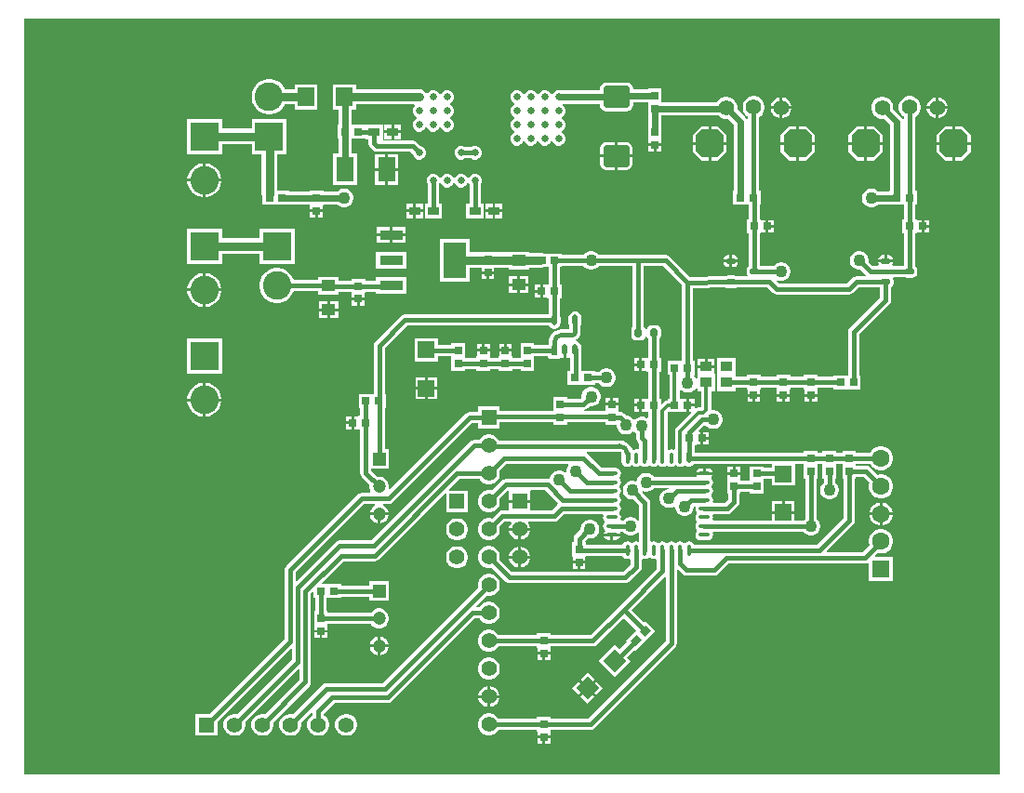
<source format=gtl>
G04*
G04 #@! TF.GenerationSoftware,Altium Limited,Altium Designer,24.2.2 (26)*
G04*
G04 Layer_Physical_Order=1*
G04 Layer_Color=255*
%FSLAX44Y44*%
%MOMM*%
G71*
G04*
G04 #@! TF.SameCoordinates,CC1128A4-4406-4156-BFDA-932D597DC64E*
G04*
G04*
G04 #@! TF.FilePolarity,Positive*
G04*
G01*
G75*
%ADD11C,0.4000*%
%ADD12C,0.6000*%
%ADD15C,0.3000*%
%ADD20R,0.7250X0.6500*%
%ADD21C,0.6300*%
%ADD22R,1.5000X1.5000*%
%ADD23R,0.6500X0.7250*%
%ADD24R,1.0500X0.9500*%
%ADD25P,2.1213X4X270.0*%
G04:AMPARAMS|DCode=26|XSize=0.725mm|YSize=0.65mm|CornerRadius=0mm|HoleSize=0mm|Usage=FLASHONLY|Rotation=225.000|XOffset=0mm|YOffset=0mm|HoleType=Round|Shape=Rectangle|*
%AMROTATEDRECTD26*
4,1,4,0.0265,0.4861,0.4861,0.0265,-0.0265,-0.4861,-0.4861,-0.0265,0.0265,0.4861,0.0*
%
%ADD26ROTATEDRECTD26*%

G04:AMPARAMS|DCode=27|XSize=0.8mm|YSize=0.7mm|CornerRadius=0.175mm|HoleSize=0mm|Usage=FLASHONLY|Rotation=90.000|XOffset=0mm|YOffset=0mm|HoleType=Round|Shape=RoundedRectangle|*
%AMROUNDEDRECTD27*
21,1,0.8000,0.3500,0,0,90.0*
21,1,0.4500,0.7000,0,0,90.0*
1,1,0.3500,0.1750,0.2250*
1,1,0.3500,0.1750,-0.2250*
1,1,0.3500,-0.1750,-0.2250*
1,1,0.3500,-0.1750,0.2250*
%
%ADD27ROUNDEDRECTD27*%
G04:AMPARAMS|DCode=28|XSize=0.55mm|YSize=0.8mm|CornerRadius=0.1375mm|HoleSize=0mm|Usage=FLASHONLY|Rotation=270.000|XOffset=0mm|YOffset=0mm|HoleType=Round|Shape=RoundedRectangle|*
%AMROUNDEDRECTD28*
21,1,0.5500,0.5250,0,0,270.0*
21,1,0.2750,0.8000,0,0,270.0*
1,1,0.2750,-0.2625,-0.1375*
1,1,0.2750,-0.2625,0.1375*
1,1,0.2750,0.2625,0.1375*
1,1,0.2750,0.2625,-0.1375*
%
%ADD28ROUNDEDRECTD28*%
%ADD29R,1.2500X1.0000*%
%ADD30R,1.6000X2.3000*%
%ADD31R,1.5000X1.7000*%
%ADD32R,1.0000X0.8000*%
%ADD33O,0.5500X1.0000*%
%ADD34O,1.0000X0.4000*%
%ADD35O,0.4000X1.0000*%
%ADD36R,2.1500X0.9500*%
%ADD37R,2.1500X3.2500*%
G04:AMPARAMS|DCode=38|XSize=2mm|YSize=2.4mm|CornerRadius=0.25mm|HoleSize=0mm|Usage=FLASHONLY|Rotation=270.000|XOffset=0mm|YOffset=0mm|HoleType=Round|Shape=RoundedRectangle|*
%AMROUNDEDRECTD38*
21,1,2.0000,1.9000,0,0,270.0*
21,1,1.5000,2.4000,0,0,270.0*
1,1,0.5000,-0.9500,-0.7500*
1,1,0.5000,-0.9500,0.7500*
1,1,0.5000,0.9500,0.7500*
1,1,0.5000,0.9500,-0.7500*
%
%ADD38ROUNDEDRECTD38*%
%ADD58C,1.6000*%
%ADD59R,1.6000X1.6000*%
%ADD61R,1.4000X1.4000*%
%ADD62C,1.4000*%
%ADD69C,0.8000*%
%ADD70R,1.4000X1.4000*%
%ADD71R,1.2000X1.2000*%
%ADD72C,1.2000*%
%ADD73R,2.6000X2.6000*%
%ADD74C,2.6000*%
G04:AMPARAMS|DCode=75|XSize=2.6mm|YSize=2.6mm|CornerRadius=0mm|HoleSize=0mm|Usage=FLASHONLY|Rotation=270.000|XOffset=0mm|YOffset=0mm|HoleType=Round|Shape=Octagon|*
%AMOCTAGOND75*
4,1,8,-0.6500,-1.3000,0.6500,-1.3000,1.3000,-0.6500,1.3000,0.6500,0.6500,1.3000,-0.6500,1.3000,-1.3000,0.6500,-1.3000,-0.6500,-0.6500,-1.3000,0.0*
%
%ADD75OCTAGOND75*%

%ADD76C,1.1000*%
G36*
X893883Y6118D02*
X6118D01*
Y693882D01*
X893883D01*
Y6118D01*
D02*
G37*
%LPC*%
G36*
X554500Y636107D02*
X535500D01*
X533354Y635681D01*
X531535Y634465D01*
X530319Y632646D01*
X529892Y630500D01*
Y628917D01*
X493902D01*
X493823Y628950D01*
X491377D01*
X489116Y628013D01*
X487386Y626283D01*
X486937Y625200D01*
X485563D01*
X485114Y626283D01*
X483384Y628013D01*
X481123Y628950D01*
X478677D01*
X476416Y628013D01*
X474686Y626283D01*
X474237Y625200D01*
X472863D01*
X472414Y626283D01*
X470684Y628013D01*
X468423Y628950D01*
X465977D01*
X463716Y628013D01*
X461986Y626283D01*
X461537Y625200D01*
X460163D01*
X459714Y626283D01*
X457984Y628013D01*
X455723Y628950D01*
X453277D01*
X451016Y628013D01*
X449286Y626283D01*
X448350Y624023D01*
Y621576D01*
X449286Y619316D01*
X451016Y617586D01*
X452100Y617137D01*
Y615762D01*
X451016Y615313D01*
X449286Y613583D01*
X448350Y611323D01*
Y608876D01*
X449286Y606616D01*
X451016Y604886D01*
X452100Y604437D01*
Y603063D01*
X451016Y602613D01*
X449286Y600883D01*
X448350Y598623D01*
Y596176D01*
X449286Y593916D01*
X451016Y592186D01*
X452100Y591737D01*
Y590363D01*
X451016Y589913D01*
X449286Y588184D01*
X448350Y585923D01*
Y583476D01*
X449286Y581216D01*
X451016Y579486D01*
X453277Y578550D01*
X455723D01*
X457984Y579486D01*
X459714Y581216D01*
X460163Y582300D01*
X461537D01*
X461986Y581216D01*
X463716Y579486D01*
X465977Y578550D01*
X468423D01*
X470684Y579486D01*
X472414Y581216D01*
X472863Y582300D01*
X474237D01*
X474686Y581216D01*
X476416Y579486D01*
X478677Y578550D01*
X481123D01*
X483384Y579486D01*
X485114Y581216D01*
X485563Y582300D01*
X486937D01*
X487386Y581216D01*
X489116Y579486D01*
X491377Y578550D01*
X493823D01*
X496084Y579486D01*
X497814Y581216D01*
X498750Y583476D01*
Y585923D01*
X497814Y588184D01*
X496084Y589913D01*
X495000Y590363D01*
Y591737D01*
X496084Y592186D01*
X497814Y593916D01*
X498750Y596176D01*
Y598623D01*
X497814Y600883D01*
X496084Y602613D01*
X495000Y603063D01*
Y604437D01*
X496084Y604886D01*
X497814Y606616D01*
X498750Y608876D01*
Y611323D01*
X497814Y613583D01*
X496084Y615313D01*
X495845Y615412D01*
X496098Y616682D01*
X529892D01*
Y615500D01*
X530319Y613354D01*
X531535Y611535D01*
X533354Y610319D01*
X535500Y609892D01*
X554500D01*
X556646Y610319D01*
X558465Y611535D01*
X559681Y613354D01*
X560108Y615500D01*
Y617761D01*
X573750D01*
Y605494D01*
X573882D01*
Y597504D01*
X573750D01*
Y584254D01*
X574250D01*
Y580369D01*
X580000D01*
X585750D01*
Y584254D01*
X586250D01*
Y597504D01*
X586118D01*
Y605494D01*
X586250D01*
Y606001D01*
X637856D01*
X638860Y604998D01*
X641140Y603681D01*
X643683Y603000D01*
X646317D01*
X646342Y603007D01*
X652003Y597345D01*
Y537250D01*
X651496D01*
Y524750D01*
X665526D01*
Y511250D01*
X663615D01*
Y498750D01*
X665526D01*
Y468833D01*
X665071Y468529D01*
X664104Y467082D01*
X663764Y465375D01*
Y462625D01*
X664104Y460918D01*
X664254Y460693D01*
X663655Y459573D01*
X654078D01*
X653482Y459971D01*
X651775Y460311D01*
X646525D01*
X644818Y459971D01*
X644109Y459497D01*
X611960Y459011D01*
X593366Y477605D01*
X591712Y478710D01*
X589762Y479098D01*
X528872D01*
X528802Y479219D01*
X527219Y480802D01*
X525281Y481921D01*
X523119Y482500D01*
X520881D01*
X518719Y481921D01*
X516781Y480802D01*
X515198Y479219D01*
X515128Y479098D01*
X495504D01*
Y480250D01*
X479202D01*
X477828Y480819D01*
X476001Y481059D01*
X465251D01*
Y481999D01*
X446751D01*
Y481436D01*
X411750D01*
Y493250D01*
X384250D01*
Y454750D01*
X411750D01*
Y467315D01*
X422250D01*
Y464250D01*
X428000D01*
X433750D01*
Y467315D01*
X446751D01*
Y465999D01*
X465251D01*
Y466939D01*
X476001D01*
X477828Y467179D01*
X479206Y467750D01*
X483662D01*
Y452250D01*
X482135D01*
Y451750D01*
X478250D01*
Y446000D01*
Y440250D01*
X482135D01*
Y439750D01*
X483662D01*
Y424859D01*
X483488Y424598D01*
X352500D01*
X350549Y424210D01*
X348895Y423105D01*
X325395Y399605D01*
X324290Y397951D01*
X323902Y396000D01*
Y352250D01*
X310375D01*
Y339750D01*
X311782D01*
Y332250D01*
X310255D01*
Y331750D01*
X306370D01*
Y326000D01*
Y320250D01*
X310255D01*
Y319750D01*
X311782D01*
Y280120D01*
X312170Y278169D01*
X313275Y276515D01*
X320128Y269662D01*
X320000Y269185D01*
Y266815D01*
X320613Y264526D01*
X321282Y263368D01*
X320549Y262098D01*
X313000D01*
X311049Y261710D01*
X309395Y260605D01*
X244395Y195605D01*
X243290Y193951D01*
X242902Y192000D01*
Y129111D01*
X174790Y61000D01*
X162000D01*
Y41000D01*
X182000D01*
Y53790D01*
X248729Y120519D01*
X249902Y120033D01*
Y110711D01*
X199879Y60688D01*
X198717Y61000D01*
X196084D01*
X193540Y60318D01*
X191260Y59002D01*
X189398Y57140D01*
X188081Y54860D01*
X187400Y52316D01*
Y49683D01*
X188081Y47140D01*
X189398Y44860D01*
X191260Y42998D01*
X193540Y41681D01*
X196084Y41000D01*
X198717D01*
X201260Y41681D01*
X203540Y42998D01*
X205402Y44860D01*
X206719Y47140D01*
X207400Y49683D01*
Y52316D01*
X207089Y53479D01*
X255729Y102119D01*
X256902Y101633D01*
Y92311D01*
X225279Y60688D01*
X224116Y61000D01*
X221483D01*
X218940Y60318D01*
X216660Y59002D01*
X214798Y57140D01*
X213482Y54860D01*
X212800Y52316D01*
Y49683D01*
X213482Y47140D01*
X214798Y44860D01*
X216660Y42998D01*
X218940Y41681D01*
X221483Y41000D01*
X224116D01*
X226660Y41681D01*
X228940Y42998D01*
X230802Y44860D01*
X232118Y47140D01*
X232800Y49683D01*
Y52316D01*
X232488Y53479D01*
X265605Y86595D01*
X266710Y88249D01*
X267098Y90200D01*
Y170713D01*
X268323Y171938D01*
X269496Y171452D01*
Y166750D01*
X270902D01*
Y154625D01*
X269750D01*
Y141375D01*
X270250D01*
Y137490D01*
X276000D01*
X281750D01*
Y141375D01*
X282250D01*
Y142902D01*
X321551D01*
X321798Y142474D01*
X323474Y140798D01*
X325526Y139613D01*
X327815Y139000D01*
X330185D01*
X332474Y139613D01*
X334526Y140798D01*
X336202Y142474D01*
X337387Y144526D01*
X338000Y146815D01*
Y149185D01*
X337387Y151474D01*
X336202Y153526D01*
X334526Y155202D01*
X332474Y156386D01*
X330185Y157000D01*
X327815D01*
X325526Y156386D01*
X323474Y155202D01*
X321798Y153526D01*
X321551Y153098D01*
X282250D01*
Y154625D01*
X281098D01*
Y166750D01*
X294506D01*
Y167902D01*
X320000D01*
Y164000D01*
X338000D01*
Y182000D01*
X320000D01*
Y178098D01*
X294506D01*
Y179250D01*
X277294D01*
X276808Y180423D01*
X296447Y200062D01*
X325160D01*
X327111Y200450D01*
X328765Y201556D01*
X388827Y261617D01*
X390000Y261131D01*
Y244400D01*
X410000D01*
Y264400D01*
X393269D01*
X392783Y265573D01*
X402111Y274902D01*
X420396D01*
X420998Y273860D01*
X422860Y271998D01*
X425140Y270681D01*
X427683Y270000D01*
X430317D01*
X432860Y270681D01*
X435140Y271998D01*
X437002Y273860D01*
X438318Y276140D01*
X439000Y278683D01*
Y281316D01*
X438689Y282479D01*
X445112Y288902D01*
X501085D01*
X501611Y287632D01*
X501198Y287219D01*
X500079Y285281D01*
X499500Y283119D01*
Y281317D01*
X498294Y280727D01*
X498219Y280802D01*
X496281Y281921D01*
X494119Y282500D01*
X491881D01*
X489719Y281921D01*
X487781Y280802D01*
X486198Y279219D01*
X485079Y277281D01*
X484632Y275612D01*
X484402Y275086D01*
X483230Y274694D01*
X482199Y274899D01*
X444202D01*
X442251Y274511D01*
X440597Y273406D01*
X431479Y264288D01*
X430317Y264600D01*
X427683D01*
X425140Y263918D01*
X422860Y262602D01*
X420998Y260740D01*
X419682Y258460D01*
X419000Y255916D01*
Y253283D01*
X419682Y250740D01*
X420998Y248460D01*
X422860Y246598D01*
X425140Y245281D01*
X427683Y244600D01*
X430317D01*
X432860Y245281D01*
X435140Y246598D01*
X437002Y248460D01*
X438318Y250740D01*
X439000Y253283D01*
Y255916D01*
X438689Y257079D01*
X446313Y264703D01*
X446378D01*
X447398Y264101D01*
Y255851D01*
X456898D01*
X466398D01*
Y264101D01*
X467419Y264703D01*
X480087D01*
X491553Y253237D01*
X491395Y251605D01*
X486090Y246299D01*
X466398D01*
Y253351D01*
X456898D01*
X447398D01*
Y246299D01*
X441002D01*
X439051Y245911D01*
X437397Y244806D01*
X431479Y238888D01*
X430317Y239200D01*
X427683D01*
X425140Y238518D01*
X422860Y237202D01*
X420998Y235340D01*
X419682Y233060D01*
X419000Y230516D01*
Y227883D01*
X419682Y225340D01*
X420998Y223060D01*
X422860Y221198D01*
X425140Y219881D01*
X427683Y219200D01*
X430317D01*
X432860Y219881D01*
X435140Y221198D01*
X437002Y223060D01*
X438318Y225340D01*
X439000Y227883D01*
Y230516D01*
X438689Y231679D01*
X443113Y236103D01*
X448762D01*
X449180Y234834D01*
X448046Y232868D01*
X447398Y230452D01*
Y230451D01*
X456898D01*
X466398D01*
Y230452D01*
X465751Y232868D01*
X464616Y234834D01*
X465035Y236103D01*
X488201D01*
X490152Y236492D01*
X491806Y237597D01*
X497111Y242902D01*
X532514D01*
X533227Y241632D01*
X532902Y240000D01*
X533290Y238049D01*
X534055Y236905D01*
X534292Y236000D01*
X534055Y235095D01*
X533290Y233951D01*
X532902Y232000D01*
X533290Y230049D01*
X534333Y228489D01*
X534756Y227423D01*
Y227244D01*
X533761Y225756D01*
X533661Y225250D01*
X541000D01*
X548340D01*
X548264Y225632D01*
X548325Y225975D01*
X548820Y226902D01*
X551128D01*
X551198Y226781D01*
X552781Y225198D01*
X554719Y224079D01*
X556881Y223500D01*
X559119D01*
X561281Y224079D01*
X563219Y225198D01*
X564632Y226611D01*
X565902Y226371D01*
Y218485D01*
X564632Y217773D01*
X563000Y218098D01*
X561049Y217710D01*
X559395Y216604D01*
X558605D01*
X556951Y217710D01*
X555000Y218098D01*
X553049Y217710D01*
X551395Y216604D01*
X550388Y215098D01*
X517250D01*
Y217385D01*
X517006D01*
X516480Y218655D01*
X518653Y220829D01*
X519881Y220500D01*
X522119D01*
X524281Y221079D01*
X526219Y222198D01*
X527802Y223781D01*
X528921Y225719D01*
X529500Y227881D01*
Y230119D01*
X528921Y232281D01*
X527802Y234219D01*
X526219Y235802D01*
X524281Y236921D01*
X522119Y237500D01*
X519881D01*
X517719Y236921D01*
X515781Y235802D01*
X514198Y234219D01*
X513079Y232281D01*
X512500Y230119D01*
Y229094D01*
X507395Y223990D01*
X506290Y222336D01*
X505902Y220385D01*
Y217385D01*
X504750D01*
Y204135D01*
X505250D01*
Y200250D01*
X511000D01*
X516750D01*
Y204135D01*
X517250D01*
Y204902D01*
X550388D01*
X551395Y203395D01*
X553049Y202290D01*
X555000Y201902D01*
X556632Y202226D01*
X557902Y201514D01*
Y197111D01*
X550888Y190098D01*
X449912D01*
X438689Y201321D01*
X439000Y202483D01*
Y205116D01*
X438318Y207660D01*
X437002Y209940D01*
X435140Y211802D01*
X432860Y213118D01*
X430317Y213800D01*
X427683D01*
X425140Y213118D01*
X422860Y211802D01*
X420998Y209940D01*
X419682Y207660D01*
X419000Y205116D01*
Y202483D01*
X419682Y199940D01*
X420998Y197660D01*
X422860Y195798D01*
X425140Y194481D01*
X427683Y193800D01*
X430317D01*
X431479Y194111D01*
X444195Y181395D01*
X445849Y180290D01*
X447800Y179902D01*
X553000D01*
X554951Y180290D01*
X556605Y181395D01*
X566605Y191395D01*
X567710Y193049D01*
X568098Y195000D01*
Y201514D01*
X569368Y202226D01*
X571000Y201902D01*
X572951Y202290D01*
X574605Y203395D01*
X575395D01*
X577049Y202290D01*
X579000Y201902D01*
X580632Y202226D01*
X581902Y201514D01*
Y193111D01*
X548004Y159213D01*
X521488Y132698D01*
X485250D01*
Y134385D01*
X472750D01*
Y132698D01*
X437604D01*
X437002Y133740D01*
X435140Y135602D01*
X432860Y136918D01*
X430317Y137600D01*
X427683D01*
X425140Y136918D01*
X422860Y135602D01*
X420998Y133740D01*
X419682Y131460D01*
X419000Y128916D01*
Y126283D01*
X419682Y123740D01*
X420998Y121460D01*
X422860Y119598D01*
X425140Y118281D01*
X427683Y117600D01*
X430317D01*
X432860Y118281D01*
X435140Y119598D01*
X437002Y121460D01*
X437604Y122502D01*
X472750D01*
Y121135D01*
X473250D01*
Y117250D01*
X479000D01*
X484750D01*
Y121135D01*
X485250D01*
Y122502D01*
X523600D01*
X525551Y122890D01*
X527205Y123995D01*
X551658Y148449D01*
X563134Y136973D01*
X553739Y127577D01*
X554553Y126763D01*
X547694Y119903D01*
X543374Y124223D01*
X528525Y109374D01*
X543374Y94525D01*
X558224Y109374D01*
X554904Y112694D01*
X561763Y119553D01*
X562578Y118739D01*
X570893Y127054D01*
X580262Y136423D01*
X571423Y145262D01*
X570344Y144182D01*
X558868Y155658D01*
X588729Y185519D01*
X589902Y185033D01*
Y127111D01*
X519288Y56498D01*
X485250D01*
Y58385D01*
X472750D01*
Y56498D01*
X437604D01*
X437002Y57540D01*
X435140Y59402D01*
X432860Y60718D01*
X430317Y61400D01*
X427683D01*
X425140Y60718D01*
X422860Y59402D01*
X420998Y57540D01*
X419682Y55260D01*
X419000Y52716D01*
Y50083D01*
X419682Y47540D01*
X420998Y45260D01*
X422860Y43398D01*
X425140Y42081D01*
X427683Y41400D01*
X430317D01*
X432860Y42081D01*
X435140Y43398D01*
X437002Y45260D01*
X437604Y46302D01*
X472750D01*
Y45135D01*
X473250D01*
Y41250D01*
X479000D01*
X484750D01*
Y45135D01*
X485250D01*
Y46302D01*
X521400D01*
X523351Y46690D01*
X525005Y47795D01*
X598605Y121395D01*
X599710Y123049D01*
X600098Y125000D01*
Y192033D01*
X601271Y192519D01*
X605395Y188395D01*
X607049Y187290D01*
X609000Y186902D01*
X634000D01*
X635951Y187290D01*
X637605Y188395D01*
X647112Y197902D01*
X771000D01*
X772951Y198290D01*
X773730Y198811D01*
X775000Y198132D01*
Y182000D01*
X797000D01*
Y204000D01*
X780869D01*
X780383Y205173D01*
X782705Y207495D01*
X784552Y207000D01*
X787448D01*
X790246Y207749D01*
X792754Y209198D01*
X794802Y211246D01*
X796250Y213754D01*
X797000Y216552D01*
Y219448D01*
X796250Y222246D01*
X794802Y224754D01*
X792754Y226802D01*
X790246Y228250D01*
X787448Y229000D01*
X784552D01*
X781754Y228250D01*
X779246Y226802D01*
X777198Y224754D01*
X775750Y222246D01*
X775000Y219448D01*
Y216552D01*
X775495Y214704D01*
X768888Y208098D01*
X736967D01*
X736481Y209271D01*
X760605Y233395D01*
X761710Y235049D01*
X762098Y237000D01*
Y275496D01*
X763250D01*
Y277023D01*
X769768D01*
X775495Y271295D01*
X775000Y269448D01*
Y266552D01*
X775750Y263754D01*
X777198Y261246D01*
X779246Y259198D01*
X781754Y257749D01*
X784552Y257000D01*
X787448D01*
X790246Y257749D01*
X792754Y259198D01*
X794802Y261246D01*
X796250Y263754D01*
X797000Y266552D01*
Y269448D01*
X796250Y272246D01*
X794802Y274754D01*
X792754Y276802D01*
X790246Y278250D01*
X787448Y279000D01*
X784552D01*
X782705Y278505D01*
X775484Y285725D01*
X773830Y286831D01*
X771879Y287219D01*
X763250D01*
Y288783D01*
X776311D01*
X777198Y287246D01*
X779246Y285198D01*
X781754Y283749D01*
X784552Y283000D01*
X787448D01*
X790246Y283749D01*
X792754Y285198D01*
X794802Y287246D01*
X796250Y289754D01*
X797000Y292552D01*
Y295448D01*
X796250Y298246D01*
X794802Y300754D01*
X792754Y302802D01*
X790246Y304250D01*
X787448Y305000D01*
X784552D01*
X781754Y304250D01*
X779246Y302802D01*
X777198Y300754D01*
X776173Y298979D01*
X763250D01*
Y300506D01*
X750750D01*
Y298979D01*
X745250D01*
Y300506D01*
X732750D01*
Y298979D01*
X728250D01*
Y300506D01*
X715750D01*
Y298979D01*
X656480D01*
X655881Y299098D01*
X616098D01*
Y305750D01*
X617745D01*
Y306250D01*
X621630D01*
Y312000D01*
Y317750D01*
X620619D01*
X620133Y318923D01*
X624947Y323737D01*
X626231Y323748D01*
X627781Y322198D01*
X629719Y321079D01*
X631881Y320500D01*
X634119D01*
X636281Y321079D01*
X638219Y322198D01*
X639802Y323781D01*
X640921Y325719D01*
X641500Y327881D01*
Y330119D01*
X640921Y332281D01*
X639802Y334219D01*
X638219Y335802D01*
X636281Y336921D01*
X634119Y337500D01*
X632548D01*
X631750Y337782D01*
X631338Y338669D01*
Y355000D01*
X635000D01*
Y370500D01*
X634500D01*
Y376000D01*
X626750D01*
X619000D01*
Y370500D01*
X618500D01*
Y366817D01*
X617230Y366477D01*
X616802Y367219D01*
X615541Y368480D01*
X615996Y369750D01*
X616506D01*
Y382250D01*
X614979D01*
Y448859D01*
X644332Y449303D01*
X644818Y448979D01*
X646525Y448639D01*
X651775D01*
X653482Y448979D01*
X654078Y449377D01*
X682413D01*
X687395Y444395D01*
X689049Y443290D01*
X691000Y442902D01*
X757000D01*
X758951Y443290D01*
X760605Y444395D01*
X765587Y449377D01*
X784902D01*
Y440111D01*
X757276Y412485D01*
X756171Y410831D01*
X755783Y408881D01*
Y369250D01*
X742496D01*
Y367978D01*
X728250D01*
Y369505D01*
X715750D01*
Y367978D01*
X703250D01*
Y369505D01*
X690750D01*
Y367978D01*
X676250D01*
Y369506D01*
X663750D01*
Y367979D01*
X653500D01*
Y385000D01*
X637000D01*
Y369500D01*
Y355000D01*
X653500D01*
Y357783D01*
X663750D01*
Y356256D01*
X664250D01*
Y352371D01*
X670000D01*
X675750D01*
Y356256D01*
X676250D01*
Y357782D01*
X690750D01*
Y356255D01*
X691250D01*
Y352370D01*
X697000D01*
X702750D01*
Y356255D01*
X703250D01*
Y357782D01*
X715750D01*
Y356255D01*
X716250D01*
Y352370D01*
X722000D01*
X727750D01*
Y356255D01*
X728250D01*
Y357782D01*
X742496D01*
Y356750D01*
X767506D01*
Y369250D01*
X765979D01*
Y406769D01*
X793605Y434395D01*
X794710Y436049D01*
X795098Y438000D01*
Y449390D01*
X795929Y449946D01*
X796896Y451393D01*
X797236Y453100D01*
Y455850D01*
X796896Y457557D01*
X796746Y457782D01*
X797345Y458902D01*
X806922D01*
X807518Y458504D01*
X809225Y458164D01*
X814475D01*
X816182Y458504D01*
X817629Y459471D01*
X818596Y460918D01*
X818936Y462625D01*
Y465375D01*
X818596Y467082D01*
X817629Y468529D01*
X816948Y468984D01*
Y498750D01*
X818745D01*
Y499250D01*
X822630D01*
Y505000D01*
Y510750D01*
X818745D01*
Y511250D01*
X816948D01*
Y524750D01*
X818504D01*
Y537250D01*
X816948D01*
Y604810D01*
X818140Y605498D01*
X820002Y607360D01*
X821319Y609640D01*
X822000Y612183D01*
Y614817D01*
X821319Y617360D01*
X820002Y619640D01*
X818140Y621502D01*
X815860Y622818D01*
X813316Y623500D01*
X810684D01*
X808140Y622818D01*
X805860Y621502D01*
X803998Y619640D01*
X802682Y617360D01*
X802000Y614817D01*
Y612183D01*
X802682Y609640D01*
X803998Y607360D01*
X805860Y605498D01*
X806752Y604983D01*
Y603040D01*
X805482Y602654D01*
X804445Y604207D01*
X796993Y611658D01*
X797000Y611684D01*
Y614317D01*
X796319Y616860D01*
X795002Y619140D01*
X793140Y621002D01*
X790860Y622318D01*
X788316Y623000D01*
X785684D01*
X783140Y622318D01*
X780860Y621002D01*
X778998Y619140D01*
X777682Y616860D01*
X777000Y614317D01*
Y611684D01*
X777682Y609140D01*
X778998Y606860D01*
X780860Y604998D01*
X783140Y603681D01*
X785684Y603000D01*
X788316D01*
X788342Y603007D01*
X794002Y597347D01*
Y537250D01*
X793494D01*
Y537117D01*
X782903D01*
X782219Y537802D01*
X780281Y538921D01*
X778119Y539500D01*
X775881D01*
X773719Y538921D01*
X771781Y537802D01*
X770198Y536219D01*
X769079Y534281D01*
X768500Y532119D01*
Y529881D01*
X769079Y527719D01*
X770198Y525781D01*
X771781Y524198D01*
X773719Y523079D01*
X775881Y522500D01*
X778119D01*
X780281Y523079D01*
X782219Y524198D01*
X782903Y524882D01*
X793494D01*
Y524750D01*
X806752D01*
Y511250D01*
X805495D01*
Y498750D01*
X806752D01*
Y469098D01*
X796924D01*
X796245Y470368D01*
X796425Y470638D01*
X796726Y472150D01*
Y472275D01*
X790150D01*
X783574D01*
Y472150D01*
X783875Y470638D01*
X784055Y470368D01*
X783376Y469098D01*
X778112D01*
X774464Y472746D01*
X774500Y472881D01*
Y475119D01*
X773921Y477281D01*
X772802Y479219D01*
X771219Y480802D01*
X769281Y481921D01*
X767119Y482500D01*
X764881D01*
X762719Y481921D01*
X760781Y480802D01*
X759198Y479219D01*
X758079Y477281D01*
X757500Y475119D01*
Y472881D01*
X758079Y470719D01*
X759198Y468781D01*
X760781Y467198D01*
X762719Y466079D01*
X764881Y465500D01*
X767119D01*
X767254Y465536D01*
X771947Y460843D01*
X771421Y459573D01*
X763475D01*
X761524Y459185D01*
X759870Y458080D01*
X754888Y453098D01*
X693112D01*
X691252Y454957D01*
X691265Y454987D01*
X692002Y456003D01*
X693881Y455500D01*
X696119D01*
X698281Y456079D01*
X700219Y457198D01*
X701802Y458781D01*
X702921Y460719D01*
X703500Y462881D01*
Y465119D01*
X702921Y467281D01*
X701802Y469219D01*
X700219Y470802D01*
X698281Y471921D01*
X696119Y472500D01*
X693881D01*
X691719Y471921D01*
X689781Y470802D01*
X688198Y469219D01*
X688128Y469098D01*
X675778D01*
X675722Y469135D01*
Y498750D01*
X676865D01*
Y499250D01*
X680750D01*
Y505000D01*
Y510750D01*
X676865D01*
Y511250D01*
X675722D01*
Y524750D01*
X676506D01*
Y537250D01*
X674979D01*
Y604827D01*
X676140Y605498D01*
X678002Y607360D01*
X679318Y609640D01*
X680000Y612183D01*
Y614817D01*
X679318Y617360D01*
X678002Y619640D01*
X676140Y621502D01*
X673860Y622818D01*
X671317Y623500D01*
X668683D01*
X666140Y622818D01*
X663860Y621502D01*
X661998Y619640D01*
X660682Y617360D01*
X660000Y614817D01*
Y612183D01*
X660682Y609640D01*
X661998Y607360D01*
X663860Y605498D01*
X664783Y604965D01*
Y602994D01*
X663513Y602609D01*
X662447Y604205D01*
X654993Y611658D01*
X655000Y611684D01*
Y614317D01*
X654318Y616860D01*
X653002Y619140D01*
X651140Y621002D01*
X648860Y622318D01*
X646317Y623000D01*
X643683D01*
X641140Y622318D01*
X638860Y621002D01*
X636998Y619140D01*
X636476Y618237D01*
X586250D01*
Y630504D01*
X573750D01*
Y629996D01*
X560108D01*
Y630500D01*
X559681Y632646D01*
X558465Y634465D01*
X556646Y635681D01*
X554500Y636107D01*
D02*
G37*
G36*
X838251Y622500D02*
X838250D01*
Y614250D01*
X846500D01*
Y614251D01*
X845853Y616667D01*
X844602Y618833D01*
X842833Y620602D01*
X840667Y621853D01*
X838251Y622500D01*
D02*
G37*
G36*
X835750D02*
X835749D01*
X833333Y621853D01*
X831167Y620602D01*
X829398Y618833D01*
X828148Y616667D01*
X827500Y614251D01*
Y614250D01*
X835750D01*
Y622500D01*
D02*
G37*
G36*
X696251D02*
X696250D01*
Y614250D01*
X704500D01*
Y614251D01*
X703853Y616667D01*
X702602Y618833D01*
X700833Y620602D01*
X698667Y621853D01*
X696251Y622500D01*
D02*
G37*
G36*
X693750D02*
X693749D01*
X691333Y621853D01*
X689167Y620602D01*
X687398Y618833D01*
X686147Y616667D01*
X685500Y614251D01*
Y614250D01*
X693750D01*
Y622500D01*
D02*
G37*
G36*
X230576Y639000D02*
X227424D01*
X224333Y638385D01*
X221421Y637179D01*
X218801Y635428D01*
X216572Y633199D01*
X214821Y630579D01*
X213615Y627667D01*
X213000Y624576D01*
Y621424D01*
X213615Y618333D01*
X214821Y615421D01*
X216572Y612800D01*
X218801Y610572D01*
X221421Y608821D01*
X224333Y607615D01*
X227424Y607000D01*
X230576D01*
X233667Y607615D01*
X236579Y608821D01*
X239199Y610572D01*
X241428Y612800D01*
X243179Y615421D01*
X243394Y615939D01*
X252000D01*
Y611500D01*
X273000D01*
Y634500D01*
X252000D01*
Y630060D01*
X243394D01*
X243179Y630579D01*
X241428Y633199D01*
X239199Y635428D01*
X236579Y637179D01*
X233667Y638385D01*
X230576Y639000D01*
D02*
G37*
G36*
X846500Y611750D02*
X838250D01*
Y603500D01*
X838251D01*
X840667Y604147D01*
X842833Y605398D01*
X844602Y607167D01*
X845853Y609333D01*
X846500Y611749D01*
Y611750D01*
D02*
G37*
G36*
X835750D02*
X827500D01*
Y611749D01*
X828148Y609333D01*
X829398Y607167D01*
X831167Y605398D01*
X833333Y604147D01*
X835749Y603500D01*
X835750D01*
Y611750D01*
D02*
G37*
G36*
X704500D02*
X696250D01*
Y603500D01*
X696251D01*
X698667Y604147D01*
X700833Y605398D01*
X702602Y607167D01*
X703853Y609333D01*
X704500Y611749D01*
Y611750D01*
D02*
G37*
G36*
X693750D02*
X685500D01*
Y611749D01*
X686147Y609333D01*
X687398Y607167D01*
X689167Y605398D01*
X691333Y604147D01*
X693749Y603500D01*
X693750D01*
Y611750D01*
D02*
G37*
G36*
X245000Y603000D02*
X213000D01*
Y594060D01*
X186000D01*
Y603000D01*
X154000D01*
Y571000D01*
X186000D01*
Y579939D01*
X213000D01*
Y571000D01*
X222059D01*
Y534000D01*
X222299Y532173D01*
X222494Y531702D01*
Y524750D01*
X247504D01*
Y524882D01*
X265750D01*
Y524256D01*
X266250D01*
Y520370D01*
X272000D01*
X277750D01*
Y524256D01*
X278250D01*
Y524763D01*
X291216D01*
X291781Y524198D01*
X293719Y523079D01*
X295881Y522500D01*
X298119D01*
X300281Y523079D01*
X302219Y524198D01*
X303802Y525781D01*
X304921Y527719D01*
X305500Y529881D01*
Y532119D01*
X304921Y534281D01*
X303802Y536219D01*
X302219Y537802D01*
X300281Y538921D01*
X298119Y539500D01*
X295881D01*
X293719Y538921D01*
X291781Y537802D01*
X290977Y536998D01*
X278250D01*
Y537506D01*
X265750D01*
Y537117D01*
X247504D01*
Y537250D01*
X236180D01*
Y571000D01*
X245000D01*
Y603000D01*
D02*
G37*
G36*
X348998Y597501D02*
X342748D01*
Y592251D01*
X348998D01*
Y597501D01*
D02*
G37*
G36*
X340248D02*
X333998D01*
Y592251D01*
X340248D01*
Y597501D01*
D02*
G37*
G36*
X308000Y634500D02*
X287000D01*
Y611500D01*
X292003D01*
Y597250D01*
X291496D01*
Y584750D01*
X292003D01*
Y571500D01*
X287000D01*
Y542500D01*
X309000D01*
Y571500D01*
X304238D01*
Y584750D01*
X316498D01*
Y584001D01*
X319400D01*
Y580343D01*
X319788Y578392D01*
X320894Y576738D01*
X323237Y574395D01*
X324891Y573290D01*
X326842Y572902D01*
X357488D01*
X359450Y570940D01*
Y570776D01*
X360386Y568516D01*
X362116Y566786D01*
X364377Y565850D01*
X366823D01*
X369084Y566786D01*
X370814Y568516D01*
X371750Y570776D01*
Y573223D01*
X370814Y575484D01*
X369084Y577214D01*
X366823Y578150D01*
X366660D01*
X363205Y581605D01*
X361551Y582710D01*
X359600Y583098D01*
X333385D01*
X332498Y584001D01*
Y598001D01*
X316498D01*
Y597250D01*
X304238D01*
Y611500D01*
X308000D01*
Y615939D01*
X360946D01*
X361472Y614669D01*
X360386Y613583D01*
X359450Y611323D01*
Y608876D01*
X360386Y606616D01*
X362116Y604886D01*
X363200Y604437D01*
Y603063D01*
X362116Y602613D01*
X360386Y600883D01*
X359450Y598623D01*
Y596176D01*
X360386Y593916D01*
X362116Y592186D01*
X364377Y591250D01*
X366823D01*
X369084Y592186D01*
X370814Y593916D01*
X371263Y595000D01*
X372637D01*
X373086Y593916D01*
X374816Y592186D01*
X377077Y591250D01*
X379523D01*
X381784Y592186D01*
X383514Y593916D01*
X383963Y595000D01*
X385337D01*
X385786Y593916D01*
X387516Y592186D01*
X389777Y591250D01*
X392223D01*
X394484Y592186D01*
X396214Y593916D01*
X397150Y596176D01*
Y598623D01*
X396214Y600883D01*
X394484Y602613D01*
X393400Y603063D01*
Y604437D01*
X394484Y604886D01*
X396214Y606616D01*
X397150Y608876D01*
Y611323D01*
X396214Y613583D01*
X394484Y615313D01*
X393400Y615762D01*
Y617137D01*
X394484Y617586D01*
X396214Y619316D01*
X397150Y621576D01*
Y624023D01*
X396214Y626283D01*
X394484Y628013D01*
X392223Y628950D01*
X389777D01*
X387516Y628013D01*
X385786Y626283D01*
X385337Y625200D01*
X383963D01*
X383514Y626283D01*
X381784Y628013D01*
X379523Y628950D01*
X377077D01*
X374816Y628013D01*
X373086Y626283D01*
X373039Y626169D01*
X371664D01*
X371515Y626530D01*
X370392Y627992D01*
X368930Y629114D01*
X367227Y629820D01*
X365400Y630060D01*
X308000D01*
Y634500D01*
D02*
G37*
G36*
X348998Y589751D02*
X342748D01*
Y584501D01*
X348998D01*
Y589751D01*
D02*
G37*
G36*
X340248D02*
X333998D01*
Y584501D01*
X340248D01*
Y589751D01*
D02*
G37*
G36*
X779750Y596000D02*
X773250D01*
Y581750D01*
X787500D01*
Y588250D01*
X779750Y596000D01*
D02*
G37*
G36*
X717750D02*
X711250D01*
Y581750D01*
X725500D01*
Y588250D01*
X717750Y596000D01*
D02*
G37*
G36*
X637750D02*
X631250D01*
Y581750D01*
X645500D01*
Y588250D01*
X637750Y596000D01*
D02*
G37*
G36*
X770750D02*
X764250D01*
X756500Y588250D01*
Y581750D01*
X770750D01*
Y596000D01*
D02*
G37*
G36*
X708750D02*
X702250D01*
X694500Y588250D01*
Y581750D01*
X708750D01*
Y596000D01*
D02*
G37*
G36*
X628750D02*
X622250D01*
X614500Y588250D01*
Y581750D01*
X628750D01*
Y596000D01*
D02*
G37*
G36*
X859750D02*
X853250D01*
Y581750D01*
X867500D01*
Y588250D01*
X859750Y596000D01*
D02*
G37*
G36*
X850750D02*
X844250D01*
X836500Y588250D01*
Y581750D01*
X850750D01*
Y596000D01*
D02*
G37*
G36*
X417623Y578150D02*
X415177D01*
X412916Y577214D01*
X412801Y577098D01*
X407299D01*
X407184Y577214D01*
X404923Y578150D01*
X402477D01*
X400216Y577214D01*
X398486Y575484D01*
X397550Y573223D01*
Y570776D01*
X398486Y568516D01*
X400216Y566786D01*
X402477Y565850D01*
X404923D01*
X407184Y566786D01*
X407299Y566902D01*
X412801D01*
X412916Y566786D01*
X415177Y565850D01*
X417623D01*
X419884Y566786D01*
X421614Y568516D01*
X422550Y570776D01*
Y573223D01*
X421614Y575484D01*
X419884Y577214D01*
X417623Y578150D01*
D02*
G37*
G36*
X585750Y577869D02*
X581250D01*
Y572994D01*
X585750D01*
Y577869D01*
D02*
G37*
G36*
X578750D02*
X574250D01*
Y572994D01*
X578750D01*
Y577869D01*
D02*
G37*
G36*
X554500Y581598D02*
X546250D01*
Y570250D01*
X559598D01*
Y576500D01*
X559210Y578451D01*
X558105Y580105D01*
X556451Y581210D01*
X554500Y581598D01*
D02*
G37*
G36*
X543750D02*
X535500D01*
X533549Y581210D01*
X531895Y580105D01*
X530790Y578451D01*
X530402Y576500D01*
Y570250D01*
X543750D01*
Y581598D01*
D02*
G37*
G36*
X867500Y579250D02*
X853250D01*
Y565000D01*
X859750D01*
X867500Y572750D01*
Y579250D01*
D02*
G37*
G36*
X850750D02*
X836500D01*
Y572750D01*
X844250Y565000D01*
X850750D01*
Y579250D01*
D02*
G37*
G36*
X787500Y579250D02*
X773250D01*
Y565000D01*
X779750D01*
X787500Y572750D01*
Y579250D01*
D02*
G37*
G36*
X770750D02*
X756500D01*
Y572750D01*
X764250Y565000D01*
X770750D01*
Y579250D01*
D02*
G37*
G36*
X725500D02*
X711250D01*
Y565000D01*
X717750D01*
X725500Y572750D01*
Y579250D01*
D02*
G37*
G36*
X708750D02*
X694500D01*
Y572750D01*
X702250Y565000D01*
X708750D01*
Y579250D01*
D02*
G37*
G36*
X645500D02*
X631250D01*
Y565000D01*
X637750D01*
X645500Y572750D01*
Y579250D01*
D02*
G37*
G36*
X628750D02*
X614500D01*
Y572750D01*
X622250Y565000D01*
X628750D01*
Y579250D01*
D02*
G37*
G36*
X346500Y571000D02*
X337250D01*
Y558250D01*
X346500D01*
Y571000D01*
D02*
G37*
G36*
X334750D02*
X325500D01*
Y558250D01*
X334750D01*
Y571000D01*
D02*
G37*
G36*
X559598Y567750D02*
X546250D01*
Y556402D01*
X554500D01*
X556451Y556790D01*
X558105Y557895D01*
X559210Y559549D01*
X559598Y561500D01*
Y567750D01*
D02*
G37*
G36*
X543750D02*
X530402D01*
Y561500D01*
X530790Y559549D01*
X531895Y557895D01*
X533549Y556790D01*
X535500Y556402D01*
X543750D01*
Y567750D01*
D02*
G37*
G36*
X171527Y562500D02*
X171250D01*
Y548250D01*
X185500D01*
Y548526D01*
X184904Y551521D01*
X183736Y554342D01*
X182040Y556880D01*
X179881Y559039D01*
X177342Y560736D01*
X174521Y561904D01*
X171527Y562500D01*
D02*
G37*
G36*
X168750D02*
X168473D01*
X165479Y561904D01*
X162658Y560736D01*
X160119Y559039D01*
X157960Y556880D01*
X156264Y554342D01*
X155096Y551521D01*
X154500Y548526D01*
Y548250D01*
X168750D01*
Y562500D01*
D02*
G37*
G36*
X346500Y555750D02*
X337250D01*
Y543000D01*
X346500D01*
Y555750D01*
D02*
G37*
G36*
X334750D02*
X325500D01*
Y543000D01*
X334750D01*
Y555750D01*
D02*
G37*
G36*
X185500Y545750D02*
X171250D01*
Y531500D01*
X171527D01*
X174521Y532095D01*
X177342Y533264D01*
X179881Y534960D01*
X182040Y537119D01*
X183736Y539658D01*
X184904Y542479D01*
X185500Y545473D01*
Y545750D01*
D02*
G37*
G36*
X168750D02*
X154500D01*
Y545473D01*
X155096Y542479D01*
X156264Y539658D01*
X157960Y537119D01*
X160119Y534960D01*
X162658Y533264D01*
X165479Y532095D01*
X168473Y531500D01*
X168750D01*
Y545750D01*
D02*
G37*
G36*
X441000Y525501D02*
X434750D01*
Y520251D01*
X441000D01*
Y525501D01*
D02*
G37*
G36*
X432250D02*
X426000D01*
Y520251D01*
X432250D01*
Y525501D01*
D02*
G37*
G36*
X369000Y525499D02*
X362750D01*
Y520249D01*
X369000D01*
Y525499D01*
D02*
G37*
G36*
X360250D02*
X354000D01*
Y520249D01*
X360250D01*
Y525499D01*
D02*
G37*
G36*
X277750Y517871D02*
X273250D01*
Y512996D01*
X277750D01*
Y517871D01*
D02*
G37*
G36*
X270750D02*
X266250D01*
Y512996D01*
X270750D01*
Y517871D01*
D02*
G37*
G36*
X441000Y517751D02*
X434750D01*
Y512501D01*
X441000D01*
Y517751D01*
D02*
G37*
G36*
X432250D02*
X426000D01*
Y512501D01*
X432250D01*
Y517751D01*
D02*
G37*
G36*
X369000Y517749D02*
X362750D01*
Y512499D01*
X369000D01*
Y517749D01*
D02*
G37*
G36*
X360250D02*
X354000D01*
Y512499D01*
X360250D01*
Y517749D01*
D02*
G37*
G36*
X379523Y552750D02*
X377077D01*
X374816Y551814D01*
X373086Y550084D01*
X372150Y547823D01*
Y545377D01*
X373086Y543116D01*
X373202Y543000D01*
Y525999D01*
X370500D01*
Y511999D01*
X386500D01*
Y525999D01*
X383398D01*
Y543000D01*
X383514Y543116D01*
X383963Y544200D01*
X385337D01*
X385786Y543116D01*
X387516Y541386D01*
X389777Y540450D01*
X392223D01*
X394484Y541386D01*
X396214Y543116D01*
X396663Y544200D01*
X398037D01*
X398486Y543116D01*
X400216Y541386D01*
X402477Y540450D01*
X404923D01*
X407184Y541386D01*
X408914Y543116D01*
X409363Y544200D01*
X410737D01*
X411186Y543116D01*
X411302Y543000D01*
Y526001D01*
X408500D01*
Y512001D01*
X424500D01*
Y526001D01*
X421498D01*
Y543000D01*
X421614Y543116D01*
X422550Y545377D01*
Y547823D01*
X421614Y550084D01*
X419884Y551814D01*
X417623Y552750D01*
X415177D01*
X412916Y551814D01*
X411186Y550084D01*
X410737Y549000D01*
X409363D01*
X408914Y550084D01*
X407184Y551814D01*
X404923Y552750D01*
X402477D01*
X400216Y551814D01*
X398486Y550084D01*
X398037Y549000D01*
X396663D01*
X396214Y550084D01*
X394484Y551814D01*
X392223Y552750D01*
X389777D01*
X387516Y551814D01*
X385786Y550084D01*
X385337Y549000D01*
X383963D01*
X383514Y550084D01*
X381784Y551814D01*
X379523Y552750D01*
D02*
G37*
G36*
X830005Y510750D02*
X825130D01*
Y506250D01*
X830005D01*
Y510750D01*
D02*
G37*
G36*
X688125D02*
X683250D01*
Y506250D01*
X688125D01*
Y510750D01*
D02*
G37*
G36*
X830005Y503750D02*
X825130D01*
Y499250D01*
X830005D01*
Y503750D01*
D02*
G37*
G36*
X688125D02*
X683250D01*
Y499250D01*
X688125D01*
Y503750D01*
D02*
G37*
G36*
X353250Y504250D02*
X341250D01*
Y498250D01*
X353250D01*
Y504250D01*
D02*
G37*
G36*
X338750D02*
X326750D01*
Y498250D01*
X338750D01*
Y504250D01*
D02*
G37*
G36*
X252000Y503000D02*
X220000D01*
Y494060D01*
X186000D01*
Y503000D01*
X154000D01*
Y471000D01*
X186000D01*
Y479939D01*
X220000D01*
Y471000D01*
X252000D01*
Y503000D01*
D02*
G37*
G36*
X353250Y495750D02*
X341250D01*
Y489750D01*
X353250D01*
Y495750D01*
D02*
G37*
G36*
X338750D02*
X326750D01*
Y489750D01*
X338750D01*
Y495750D01*
D02*
G37*
G36*
X651775Y478851D02*
X650400D01*
Y474775D01*
X655726D01*
Y474900D01*
X655425Y476412D01*
X654569Y477693D01*
X653287Y478550D01*
X651775Y478851D01*
D02*
G37*
G36*
X647900D02*
X646525D01*
X645013Y478550D01*
X643731Y477693D01*
X642875Y476412D01*
X642574Y474900D01*
Y474775D01*
X647900D01*
Y478851D01*
D02*
G37*
G36*
X792775D02*
X791400D01*
Y474775D01*
X796726D01*
Y474900D01*
X796425Y476412D01*
X795569Y477693D01*
X794287Y478550D01*
X792775Y478851D01*
D02*
G37*
G36*
X788900D02*
X787525D01*
X786013Y478550D01*
X784731Y477693D01*
X783875Y476412D01*
X783574Y474900D01*
Y474775D01*
X788900D01*
Y478851D01*
D02*
G37*
G36*
X655726Y472275D02*
X650400D01*
Y468199D01*
X651775D01*
X653287Y468500D01*
X654569Y469356D01*
X655425Y470638D01*
X655726Y472150D01*
Y472275D01*
D02*
G37*
G36*
X647900D02*
X642574D01*
Y472150D01*
X642875Y470638D01*
X643731Y469356D01*
X645013Y468500D01*
X646525Y468199D01*
X647900D01*
Y472275D01*
D02*
G37*
G36*
X353750Y481750D02*
X326250D01*
Y466250D01*
X353750D01*
Y481750D01*
D02*
G37*
G36*
X433750Y461750D02*
X429250D01*
Y456875D01*
X433750D01*
Y461750D01*
D02*
G37*
G36*
X426750D02*
X422250D01*
Y456875D01*
X426750D01*
Y461750D01*
D02*
G37*
G36*
X464751Y459499D02*
X457251D01*
Y453249D01*
X464751D01*
Y459499D01*
D02*
G37*
G36*
X454751D02*
X447251D01*
Y453249D01*
X454751D01*
Y459499D01*
D02*
G37*
G36*
X171527Y462500D02*
X171250D01*
Y448250D01*
X185500D01*
Y448526D01*
X184904Y451521D01*
X183736Y454342D01*
X182040Y456880D01*
X179881Y459039D01*
X177342Y460736D01*
X174521Y461904D01*
X171527Y462500D01*
D02*
G37*
G36*
X168750D02*
X168473D01*
X165479Y461904D01*
X162658Y460736D01*
X160119Y459039D01*
X157960Y456880D01*
X156264Y454342D01*
X155096Y451521D01*
X154500Y448526D01*
Y448250D01*
X168750D01*
Y462500D01*
D02*
G37*
G36*
X475750Y451750D02*
X470875D01*
Y447250D01*
X475750D01*
Y451750D01*
D02*
G37*
G36*
X464751Y450749D02*
X457251D01*
Y444499D01*
X464751D01*
Y450749D01*
D02*
G37*
G36*
X454751D02*
X447251D01*
Y444499D01*
X454751D01*
Y450749D01*
D02*
G37*
G36*
X237576Y467000D02*
X234424D01*
X231333Y466385D01*
X228421Y465179D01*
X225801Y463428D01*
X223572Y461199D01*
X221821Y458579D01*
X220615Y455667D01*
X220000Y452576D01*
Y449424D01*
X220615Y446333D01*
X221821Y443421D01*
X223572Y440800D01*
X225801Y438572D01*
X228421Y436821D01*
X231333Y435615D01*
X234424Y435000D01*
X237576D01*
X240667Y435615D01*
X243579Y436821D01*
X246199Y438572D01*
X248428Y440800D01*
X250179Y443421D01*
X251206Y445901D01*
X273751D01*
Y442999D01*
X292251D01*
Y445652D01*
X303750D01*
Y444135D01*
X304250D01*
Y440250D01*
X310000D01*
X315750D01*
Y444135D01*
X316250D01*
Y445652D01*
X326250D01*
Y443250D01*
X353750D01*
Y458750D01*
X326250D01*
Y455848D01*
X316250D01*
Y457385D01*
X303750D01*
Y455848D01*
X292251D01*
Y458999D01*
X273751D01*
Y456097D01*
X251207D01*
X250179Y458579D01*
X248428Y461199D01*
X246199Y463428D01*
X243579Y465179D01*
X240667Y466385D01*
X237576Y467000D01*
D02*
G37*
G36*
X475750Y444750D02*
X470875D01*
Y440250D01*
X475750D01*
Y444750D01*
D02*
G37*
G36*
X315750Y437750D02*
X311250D01*
Y432875D01*
X315750D01*
Y437750D01*
D02*
G37*
G36*
X308750D02*
X304250D01*
Y432875D01*
X308750D01*
Y437750D01*
D02*
G37*
G36*
X185500Y445750D02*
X171250D01*
Y431500D01*
X171527D01*
X174521Y432095D01*
X177342Y433264D01*
X179881Y434960D01*
X182040Y437119D01*
X183736Y439658D01*
X184904Y442479D01*
X185500Y445473D01*
Y445750D01*
D02*
G37*
G36*
X168750D02*
X154500D01*
Y445473D01*
X155096Y442479D01*
X156264Y439658D01*
X157960Y437119D01*
X160119Y434960D01*
X162658Y433264D01*
X165479Y432095D01*
X168473Y431500D01*
X168750D01*
Y445750D01*
D02*
G37*
G36*
X291751Y436499D02*
X284251D01*
Y430249D01*
X291751D01*
Y436499D01*
D02*
G37*
G36*
X281751D02*
X274251D01*
Y430249D01*
X281751D01*
Y436499D01*
D02*
G37*
G36*
X291751Y427749D02*
X284251D01*
Y421499D01*
X291751D01*
Y427749D01*
D02*
G37*
G36*
X281751D02*
X274251D01*
Y421499D01*
X281751D01*
Y427749D01*
D02*
G37*
G36*
X634500Y384500D02*
X628000D01*
Y378500D01*
X634500D01*
Y384500D01*
D02*
G37*
G36*
X625500D02*
X619000D01*
Y378500D01*
X625500D01*
Y384500D01*
D02*
G37*
G36*
X186000Y403000D02*
X154000D01*
Y371000D01*
X186000D01*
Y403000D01*
D02*
G37*
G36*
X171527Y362500D02*
X171250D01*
Y348250D01*
X185500D01*
Y348526D01*
X184904Y351521D01*
X183736Y354342D01*
X182040Y356880D01*
X179881Y359039D01*
X177342Y360736D01*
X174521Y361904D01*
X171527Y362500D01*
D02*
G37*
G36*
X168750D02*
X168473D01*
X165479Y361904D01*
X162658Y360736D01*
X160119Y359039D01*
X157960Y356880D01*
X156264Y354342D01*
X155096Y351521D01*
X154500Y348526D01*
Y348250D01*
X168750D01*
Y362500D01*
D02*
G37*
G36*
X675750Y349871D02*
X671250D01*
Y344996D01*
X675750D01*
Y349871D01*
D02*
G37*
G36*
X668750D02*
X664250D01*
Y344996D01*
X668750D01*
Y349871D01*
D02*
G37*
G36*
X727750Y349870D02*
X723250D01*
Y344995D01*
X727750D01*
Y349870D01*
D02*
G37*
G36*
X720750D02*
X716250D01*
Y344995D01*
X720750D01*
Y349870D01*
D02*
G37*
G36*
X702750Y349870D02*
X698250D01*
Y344995D01*
X702750D01*
Y349870D01*
D02*
G37*
G36*
X695750D02*
X691250D01*
Y344995D01*
X695750D01*
Y349870D01*
D02*
G37*
G36*
X185500Y345750D02*
X171250D01*
Y331500D01*
X171527D01*
X174521Y332095D01*
X177342Y333264D01*
X179881Y334960D01*
X182040Y337119D01*
X183736Y339658D01*
X184904Y342479D01*
X185500Y345473D01*
Y345750D01*
D02*
G37*
G36*
X168750D02*
X154500D01*
Y345473D01*
X155096Y342479D01*
X156264Y339658D01*
X157960Y337119D01*
X160119Y334960D01*
X162658Y333264D01*
X165479Y332095D01*
X168473Y331500D01*
X168750D01*
Y345750D01*
D02*
G37*
G36*
X303870Y331750D02*
X298995D01*
Y327250D01*
X303870D01*
Y331750D01*
D02*
G37*
G36*
Y324750D02*
X298995D01*
Y320250D01*
X303870D01*
Y324750D01*
D02*
G37*
G36*
X629005Y317750D02*
X624130D01*
Y313250D01*
X629005D01*
Y317750D01*
D02*
G37*
G36*
Y310750D02*
X624130D01*
Y306250D01*
X629005D01*
Y310750D01*
D02*
G37*
G36*
X787382Y253500D02*
X787250D01*
Y244250D01*
X796500D01*
Y244382D01*
X795784Y247053D01*
X794402Y249447D01*
X792447Y251402D01*
X790053Y252784D01*
X787382Y253500D01*
D02*
G37*
G36*
X784750D02*
X784618D01*
X781947Y252784D01*
X779553Y251402D01*
X777598Y249447D01*
X776216Y247053D01*
X775500Y244382D01*
Y244250D01*
X784750D01*
Y253500D01*
D02*
G37*
G36*
X796500Y241750D02*
X787250D01*
Y232500D01*
X787382D01*
X790053Y233215D01*
X792447Y234598D01*
X794402Y236553D01*
X795784Y238947D01*
X796500Y241617D01*
Y241750D01*
D02*
G37*
G36*
X784750D02*
X775500D01*
Y241617D01*
X776216Y238947D01*
X777598Y236553D01*
X779553Y234598D01*
X781947Y233215D01*
X784618Y232500D01*
X784750D01*
Y241750D01*
D02*
G37*
G36*
X466398Y227951D02*
X458148D01*
Y219701D01*
X458149D01*
X460565Y220349D01*
X462732Y221600D01*
X464500Y223368D01*
X465751Y225535D01*
X466398Y227951D01*
Y227951D01*
D02*
G37*
G36*
X455648D02*
X447398D01*
Y227951D01*
X448046Y225535D01*
X449296Y223368D01*
X451065Y221600D01*
X453232Y220349D01*
X455648Y219701D01*
X455648D01*
Y227951D01*
D02*
G37*
G36*
X548340Y222750D02*
X542250D01*
Y219412D01*
X544000D01*
X545756Y219761D01*
X547244Y220755D01*
X548239Y222244D01*
X548340Y222750D01*
D02*
G37*
G36*
X539750D02*
X533661D01*
X533761Y222244D01*
X534756Y220755D01*
X536244Y219761D01*
X538000Y219412D01*
X539750D01*
Y222750D01*
D02*
G37*
G36*
X401316Y239000D02*
X398684D01*
X396140Y238318D01*
X393860Y237002D01*
X391998Y235140D01*
X390681Y232860D01*
X390000Y230316D01*
Y227683D01*
X390681Y225140D01*
X391998Y222860D01*
X393860Y220998D01*
X396140Y219681D01*
X398684Y219000D01*
X401316D01*
X403860Y219681D01*
X406140Y220998D01*
X408002Y222860D01*
X409319Y225140D01*
X410000Y227683D01*
Y230316D01*
X409319Y232860D01*
X408002Y235140D01*
X406140Y237002D01*
X403860Y238318D01*
X401316Y239000D01*
D02*
G37*
G36*
X458149Y213301D02*
X458148D01*
Y205051D01*
X466398D01*
Y205052D01*
X465751Y207468D01*
X464500Y209634D01*
X462732Y211403D01*
X460565Y212654D01*
X458149Y213301D01*
D02*
G37*
G36*
X455648D02*
X455648D01*
X453232Y212654D01*
X451065Y211403D01*
X449296Y209634D01*
X448046Y207468D01*
X447398Y205052D01*
Y205051D01*
X455648D01*
Y213301D01*
D02*
G37*
G36*
X466398Y202551D02*
X458148D01*
Y194301D01*
X458149D01*
X460565Y194949D01*
X462732Y196200D01*
X464500Y197968D01*
X465751Y200135D01*
X466398Y202551D01*
Y202551D01*
D02*
G37*
G36*
X455648D02*
X447398D01*
Y202551D01*
X448046Y200135D01*
X449296Y197968D01*
X451065Y196200D01*
X453232Y194949D01*
X455648Y194301D01*
X455648D01*
Y202551D01*
D02*
G37*
G36*
X401316Y213600D02*
X398684D01*
X396140Y212918D01*
X393860Y211602D01*
X391998Y209740D01*
X390681Y207460D01*
X390000Y204916D01*
Y202283D01*
X390681Y199740D01*
X391998Y197460D01*
X393860Y195598D01*
X396140Y194281D01*
X398684Y193600D01*
X401316D01*
X403860Y194281D01*
X406140Y195598D01*
X408002Y197460D01*
X409319Y199740D01*
X410000Y202283D01*
Y204916D01*
X409319Y207460D01*
X408002Y209740D01*
X406140Y211602D01*
X403860Y212918D01*
X401316Y213600D01*
D02*
G37*
G36*
X516750Y197750D02*
X512250D01*
Y192875D01*
X516750D01*
Y197750D01*
D02*
G37*
G36*
X509750D02*
X505250D01*
Y192875D01*
X509750D01*
Y197750D01*
D02*
G37*
G36*
X430317Y188400D02*
X427683D01*
X425140Y187718D01*
X422860Y186402D01*
X420998Y184540D01*
X419682Y182260D01*
X419000Y179716D01*
Y177083D01*
X419311Y175921D01*
X332488Y89098D01*
X281200D01*
X279249Y88710D01*
X277595Y87605D01*
X250679Y60688D01*
X249517Y61000D01*
X246884D01*
X244340Y60318D01*
X242060Y59002D01*
X240198Y57140D01*
X238881Y54860D01*
X238200Y52316D01*
Y49683D01*
X238881Y47140D01*
X240198Y44860D01*
X242060Y42998D01*
X244340Y41681D01*
X246884Y41000D01*
X249517D01*
X252060Y41681D01*
X254340Y42998D01*
X256202Y44860D01*
X257519Y47140D01*
X258200Y49683D01*
Y52316D01*
X257889Y53479D01*
X267232Y62822D01*
X268502Y62296D01*
Y59604D01*
X267460Y59002D01*
X265598Y57140D01*
X264282Y54860D01*
X263600Y52316D01*
Y49683D01*
X264282Y47140D01*
X265598Y44860D01*
X267460Y42998D01*
X269740Y41681D01*
X272283Y41000D01*
X274916D01*
X277460Y41681D01*
X279740Y42998D01*
X281602Y44860D01*
X282918Y47140D01*
X283600Y49683D01*
Y52316D01*
X282918Y54860D01*
X281602Y57140D01*
X279740Y59002D01*
X278698Y59604D01*
Y60918D01*
X288682Y70902D01*
X337000D01*
X338951Y71290D01*
X340605Y72395D01*
X340605Y72395D01*
X416111Y147902D01*
X420396D01*
X420998Y146860D01*
X422860Y144998D01*
X425140Y143681D01*
X427683Y143000D01*
X430317D01*
X432860Y143681D01*
X435140Y144998D01*
X437002Y146860D01*
X438318Y149140D01*
X439000Y151683D01*
Y154316D01*
X438318Y156860D01*
X437002Y159140D01*
X435140Y161002D01*
X432860Y162318D01*
X430317Y163000D01*
X427683D01*
X425140Y162318D01*
X422860Y161002D01*
X420998Y159140D01*
X420396Y158098D01*
X417567D01*
X417081Y159271D01*
X426521Y168711D01*
X427683Y168400D01*
X430317D01*
X432860Y169081D01*
X435140Y170398D01*
X437002Y172260D01*
X438318Y174540D01*
X439000Y177083D01*
Y179716D01*
X438318Y182260D01*
X437002Y184540D01*
X435140Y186402D01*
X432860Y187718D01*
X430317Y188400D01*
D02*
G37*
G36*
X281750Y134990D02*
X277250D01*
Y130115D01*
X281750D01*
Y134990D01*
D02*
G37*
G36*
X274750D02*
X270250D01*
Y130115D01*
X274750D01*
Y134990D01*
D02*
G37*
G36*
X330250Y131465D02*
Y124250D01*
X337465D01*
X336921Y126281D01*
X335802Y128219D01*
X334219Y129802D01*
X332281Y130920D01*
X330250Y131465D01*
D02*
G37*
G36*
X327750Y131465D02*
X325719Y130920D01*
X323781Y129802D01*
X322198Y128219D01*
X321079Y126281D01*
X320535Y124250D01*
X327750D01*
Y131465D01*
D02*
G37*
G36*
Y121750D02*
X320535D01*
X321079Y119719D01*
X322198Y117781D01*
X323781Y116198D01*
X325719Y115079D01*
X327750Y114535D01*
Y121750D01*
D02*
G37*
G36*
X337465D02*
X330250D01*
Y114535D01*
X332281Y115079D01*
X334219Y116198D01*
X335802Y117781D01*
X336921Y119719D01*
X337465Y121750D01*
D02*
G37*
G36*
X484750Y114750D02*
X480250D01*
Y109875D01*
X484750D01*
Y114750D01*
D02*
G37*
G36*
X477750D02*
X473250D01*
Y109875D01*
X477750D01*
Y114750D01*
D02*
G37*
G36*
X430317Y112200D02*
X427683D01*
X425140Y111518D01*
X422860Y110202D01*
X420998Y108340D01*
X419682Y106060D01*
X419000Y103516D01*
Y100883D01*
X419682Y98340D01*
X420998Y96060D01*
X422860Y94198D01*
X425140Y92881D01*
X427683Y92200D01*
X430317D01*
X432860Y92881D01*
X435140Y94198D01*
X437002Y96060D01*
X438318Y98340D01*
X439000Y100883D01*
Y103516D01*
X438318Y106060D01*
X437002Y108340D01*
X435140Y110202D01*
X432860Y111518D01*
X430317Y112200D01*
D02*
G37*
G36*
X518626Y98767D02*
X512438Y92580D01*
X518626Y86393D01*
X524813Y92580D01*
X518626Y98767D01*
D02*
G37*
G36*
X510671Y90813D02*
X504483Y84625D01*
X510671Y78438D01*
X516858Y84625D01*
X510671Y90813D01*
D02*
G37*
G36*
X526581Y90813D02*
X520393Y84625D01*
X526581Y78438D01*
X532768Y84625D01*
X526581Y90813D01*
D02*
G37*
G36*
X430251Y86300D02*
X430250D01*
Y78050D01*
X438500D01*
Y78050D01*
X437853Y80467D01*
X436602Y82633D01*
X434833Y84402D01*
X432667Y85652D01*
X430251Y86300D01*
D02*
G37*
G36*
X427750D02*
X427749D01*
X425333Y85652D01*
X423167Y84402D01*
X421398Y82633D01*
X420147Y80467D01*
X419500Y78050D01*
Y78050D01*
X427750D01*
Y86300D01*
D02*
G37*
G36*
X518626Y82858D02*
X512439Y76670D01*
X518626Y70483D01*
X524813Y76670D01*
X518626Y82858D01*
D02*
G37*
G36*
X438500Y75550D02*
X430250D01*
Y67300D01*
X430251D01*
X432667Y67947D01*
X434833Y69198D01*
X436602Y70967D01*
X437853Y73133D01*
X438500Y75549D01*
Y75550D01*
D02*
G37*
G36*
X427750D02*
X419500D01*
Y75549D01*
X420147Y73133D01*
X421398Y70967D01*
X423167Y69198D01*
X425333Y67947D01*
X427749Y67300D01*
X427750D01*
Y75550D01*
D02*
G37*
G36*
X300317Y61000D02*
X297684D01*
X295140Y60318D01*
X292860Y59002D01*
X290998Y57140D01*
X289681Y54860D01*
X289000Y52316D01*
Y49683D01*
X289681Y47140D01*
X290998Y44860D01*
X292860Y42998D01*
X295140Y41681D01*
X297684Y41000D01*
X300317D01*
X302860Y41681D01*
X305140Y42998D01*
X307002Y44860D01*
X308319Y47140D01*
X309000Y49683D01*
Y52316D01*
X308319Y54860D01*
X307002Y57140D01*
X305140Y59002D01*
X302860Y60318D01*
X300317Y61000D01*
D02*
G37*
G36*
X484750Y38750D02*
X480250D01*
Y33875D01*
X484750D01*
Y38750D01*
D02*
G37*
G36*
X477750D02*
X473250D01*
Y33875D01*
X477750D01*
Y38750D01*
D02*
G37*
%LPD*%
G36*
X559901Y413725D02*
X559825Y413674D01*
X558775Y412102D01*
X558406Y410249D01*
Y405749D01*
X558775Y403896D01*
X559825Y402324D01*
X561396Y401275D01*
X563249Y400906D01*
X566749D01*
X568602Y401275D01*
X570174Y402324D01*
X571224Y403896D01*
X571352Y404540D01*
X572647D01*
X572775Y403896D01*
X573783Y402387D01*
Y385250D01*
X572256D01*
Y384750D01*
X568371D01*
Y379000D01*
Y373250D01*
X572256D01*
Y372750D01*
X573902D01*
Y348250D01*
X572255D01*
Y347750D01*
X568370D01*
Y342000D01*
Y336250D01*
X572255D01*
Y335750D01*
X573902D01*
Y331162D01*
X572632Y330429D01*
X571781Y330920D01*
X569619Y331500D01*
X567381D01*
X565219Y330920D01*
X563281Y329801D01*
X562426Y328946D01*
X560839Y329155D01*
X560802Y329219D01*
X559219Y330802D01*
X557281Y331921D01*
X555119Y332500D01*
X554256D01*
X552091Y334664D01*
X550438Y335769D01*
X548487Y336157D01*
X547250D01*
Y337744D01*
X546750D01*
Y341629D01*
X541000D01*
X535250D01*
Y337744D01*
X534750D01*
Y336722D01*
X515578D01*
X515453Y337992D01*
X516951Y338290D01*
X518605Y339395D01*
X520746Y341536D01*
X520881Y341500D01*
X523119D01*
X525281Y342079D01*
X527219Y343198D01*
X528802Y344781D01*
X529921Y346719D01*
X530500Y348881D01*
Y351119D01*
X529921Y353281D01*
X528802Y355219D01*
X527219Y356801D01*
X525281Y357920D01*
X523119Y358500D01*
X520881D01*
X518719Y357920D01*
X516781Y356801D01*
X515198Y355219D01*
X514079Y353281D01*
X513500Y351119D01*
Y348881D01*
X512554Y348098D01*
X500250D01*
Y349625D01*
X487750D01*
Y336680D01*
X439000D01*
Y340800D01*
X419000D01*
Y335898D01*
X411428D01*
X409477Y335510D01*
X407823Y334405D01*
X338979Y265560D01*
X337840Y266218D01*
X338000Y266815D01*
Y269185D01*
X337387Y271474D01*
X336202Y273526D01*
X334526Y275202D01*
X332474Y276386D01*
X330185Y277000D01*
X327815D01*
X327338Y276872D01*
X321978Y282232D01*
Y284000D01*
X338000D01*
Y302000D01*
X334098D01*
Y339750D01*
X335385D01*
Y352250D01*
X334098D01*
Y393888D01*
X354611Y414402D01*
X483488D01*
X484355Y413104D01*
X486256Y411833D01*
X488500Y411387D01*
X490743Y411833D01*
X492645Y413104D01*
X493916Y415006D01*
X494363Y417250D01*
Y421750D01*
X493916Y423993D01*
X493858Y424081D01*
Y439750D01*
X495385D01*
Y452250D01*
X493858D01*
Y467750D01*
X495504D01*
Y468902D01*
X515128D01*
X515198Y468781D01*
X516781Y467198D01*
X518719Y466079D01*
X520881Y465500D01*
X523119D01*
X525281Y466079D01*
X527219Y467198D01*
X528802Y468781D01*
X528872Y468902D01*
X559901D01*
Y413725D01*
D02*
G37*
G36*
X618500Y357182D02*
Y355000D01*
X622162D01*
Y340173D01*
X620101D01*
X618345Y339824D01*
X617275Y339109D01*
X616005Y339667D01*
Y340750D01*
X611130D01*
Y336250D01*
X612617D01*
X613103Y335076D01*
X599756Y321729D01*
X598761Y320240D01*
X598412Y318484D01*
Y317139D01*
X598407Y317114D01*
Y302084D01*
X597287Y301485D01*
X596951Y301710D01*
X595000Y302098D01*
X593049Y301710D01*
X592708Y301482D01*
X591588Y302080D01*
Y335099D01*
X592239Y335750D01*
X604745D01*
Y336250D01*
X608630D01*
Y342000D01*
Y347750D01*
X604745D01*
Y348250D01*
X602708D01*
Y355475D01*
X603978Y356001D01*
X604781Y355198D01*
X606719Y354079D01*
X608881Y353500D01*
X611119D01*
X613281Y354079D01*
X615219Y355198D01*
X616802Y356781D01*
X617230Y357523D01*
X618500Y357182D01*
D02*
G37*
G36*
X604783Y451769D02*
Y382250D01*
X591496D01*
Y369750D01*
X593532D01*
Y348250D01*
X591495D01*
Y346289D01*
X589997Y345991D01*
X588508Y344996D01*
X586678Y343167D01*
X585505Y343653D01*
Y348250D01*
X584098D01*
Y372750D01*
X585506D01*
Y385250D01*
X583979D01*
Y402194D01*
X584174Y402324D01*
X585224Y403896D01*
X585592Y405749D01*
Y410249D01*
X585224Y412102D01*
X584174Y413674D01*
X582603Y414723D01*
X580749Y415092D01*
X577249D01*
X575396Y414723D01*
X573825Y413674D01*
X572775Y412102D01*
X572647Y411458D01*
X571352D01*
X571224Y412102D01*
X570174Y413674D01*
X570097Y413725D01*
Y468902D01*
X587650D01*
X604783Y451769D01*
D02*
G37*
G36*
X534750Y324494D02*
X545500D01*
Y322881D01*
X546079Y320719D01*
X547198Y318781D01*
X548781Y317198D01*
X550719Y316079D01*
X552881Y315500D01*
X555119D01*
X557281Y316079D01*
X559219Y317198D01*
X560074Y318053D01*
X561661Y317844D01*
X561698Y317781D01*
X563281Y316198D01*
X563402Y316128D01*
Y312000D01*
X563790Y310049D01*
X564895Y308395D01*
X565902Y307388D01*
Y302485D01*
X564632Y301773D01*
X563000Y302098D01*
X561049Y301710D01*
X560864Y301586D01*
X559303Y302070D01*
X558482Y304051D01*
X556559Y306558D01*
X554052Y308482D01*
X551133Y309691D01*
X548000Y310103D01*
Y310098D01*
X437835D01*
X437002Y311540D01*
X435140Y313402D01*
X432860Y314718D01*
X430317Y315400D01*
X427683D01*
X425140Y314718D01*
X422860Y313402D01*
X420998Y311540D01*
X420396Y310498D01*
X415500D01*
X413549Y310110D01*
X411895Y309005D01*
X321989Y219098D01*
X293275D01*
X291324Y218710D01*
X289671Y217605D01*
X254271Y182205D01*
X253098Y182691D01*
Y189888D01*
X315111Y251902D01*
X324879D01*
X325219Y250632D01*
X323781Y249802D01*
X322198Y248219D01*
X321079Y246281D01*
X320535Y244250D01*
X329000D01*
X337465D01*
X336921Y246281D01*
X335802Y248219D01*
X334219Y249802D01*
X332781Y250632D01*
X333121Y251902D01*
X337628D01*
X339579Y252290D01*
X341232Y253395D01*
X413539Y325702D01*
X419000D01*
Y320800D01*
X439000D01*
Y326484D01*
X487750D01*
Y324615D01*
X500250D01*
Y326526D01*
X534750D01*
Y324494D01*
D02*
G37*
G36*
X548731Y299764D02*
X549350Y299350D01*
X549764Y298731D01*
X549906Y298019D01*
X549902Y298000D01*
Y297000D01*
X549902Y297000D01*
Y291000D01*
X550290Y289049D01*
X551395Y287395D01*
X553049Y286290D01*
X555000Y285902D01*
X556951Y286290D01*
X558605Y287395D01*
X559395D01*
X561049Y286290D01*
X563000Y285902D01*
X564951Y286290D01*
X566095Y287055D01*
X567000Y287291D01*
X567905Y287055D01*
X569049Y286290D01*
X571000Y285902D01*
X572951Y286290D01*
X574095Y287055D01*
X575000Y287291D01*
X575905Y287055D01*
X577049Y286290D01*
X579000Y285902D01*
X580951Y286290D01*
X582605Y287395D01*
X583395D01*
X585049Y286290D01*
X587000Y285902D01*
X588951Y286290D01*
X590095Y287055D01*
X591000Y287291D01*
X591905Y287055D01*
X593049Y286290D01*
X595000Y285902D01*
X596951Y286290D01*
X598605Y287395D01*
X599395D01*
X601049Y286290D01*
X603000Y285902D01*
X604951Y286290D01*
X606095Y287055D01*
X606791Y287352D01*
X607660Y287151D01*
X607892Y287036D01*
X608026Y286903D01*
X608353Y286684D01*
X608632Y286569D01*
X608882Y286401D01*
X609246Y286251D01*
X609542Y286192D01*
X609820Y286077D01*
X610206Y286000D01*
X610508D01*
X610803Y285941D01*
X611000Y285941D01*
X611000Y285941D01*
X611197D01*
X611490Y285999D01*
X611594Y285999D01*
X611595Y286000D01*
X611794D01*
X612180Y286077D01*
X612458Y286192D01*
X612754Y286251D01*
X613118Y286402D01*
X613368Y286569D01*
X613647Y286684D01*
X613974Y286903D01*
X614187Y287116D01*
X614438Y287283D01*
X614716Y287562D01*
X614884Y287812D01*
X615097Y288025D01*
X615316Y288353D01*
X615431Y288631D01*
X615598Y288882D01*
X615606Y288902D01*
X655401D01*
X656000Y288783D01*
X686500D01*
Y284977D01*
X679250D01*
Y286504D01*
X666750D01*
Y273219D01*
X658250D01*
Y274746D01*
X657750D01*
Y278631D01*
X652000D01*
X646250D01*
Y274746D01*
X645750D01*
Y261496D01*
X646902D01*
Y256111D01*
X643888Y253098D01*
X633486D01*
X632773Y254368D01*
X633098Y256000D01*
X632710Y257951D01*
X631945Y259095D01*
X631708Y260000D01*
X631945Y260905D01*
X632710Y262049D01*
X633098Y264000D01*
X632710Y265951D01*
X631605Y267605D01*
X631945Y268904D01*
X632710Y270049D01*
X633098Y272000D01*
X632710Y273951D01*
X631667Y275511D01*
X631244Y276577D01*
Y276756D01*
X632239Y278244D01*
X632340Y278750D01*
X625000D01*
X617660D01*
X617737Y278368D01*
X617675Y278024D01*
X617180Y277098D01*
X578872D01*
X578802Y277219D01*
X577219Y278801D01*
X575281Y279921D01*
X573119Y280500D01*
X570881D01*
X568719Y279921D01*
X566781Y278801D01*
X565198Y277219D01*
X564079Y275281D01*
X563595Y273475D01*
X563185Y272999D01*
X562230Y272635D01*
X560589Y273075D01*
X558350D01*
X556189Y272496D01*
X554250Y271377D01*
X552668Y269794D01*
X551549Y267856D01*
X550970Y265694D01*
Y263456D01*
X551549Y261294D01*
X552668Y259356D01*
X554250Y257773D01*
X556189Y256654D01*
X558350Y256075D01*
X560589D01*
X560724Y256111D01*
X565902Y250933D01*
Y237628D01*
X564632Y237388D01*
X563219Y238801D01*
X561281Y239921D01*
X559119Y240500D01*
X556881D01*
X554719Y239921D01*
X552781Y238801D01*
X551198Y237219D01*
X551128Y237098D01*
X549486D01*
X548773Y238368D01*
X549098Y240000D01*
X548710Y241951D01*
X547945Y243095D01*
X547708Y244000D01*
X547945Y244904D01*
X548710Y246049D01*
X549098Y248000D01*
X548710Y249951D01*
X547945Y251095D01*
X547708Y252000D01*
X547945Y252904D01*
X548710Y254049D01*
X549098Y256000D01*
X548710Y257951D01*
X547945Y259095D01*
X547708Y260000D01*
X547945Y260905D01*
X548710Y262049D01*
X549098Y264000D01*
X548710Y265951D01*
X547605Y267605D01*
X547945Y268904D01*
X548710Y270049D01*
X549098Y272000D01*
X548710Y273951D01*
X547605Y275604D01*
Y276395D01*
X548710Y278049D01*
X549098Y280000D01*
X548710Y281951D01*
X547605Y283605D01*
X545951Y284710D01*
X544000Y285098D01*
X531112D01*
X518605Y297605D01*
X518066Y297965D01*
X517758Y299691D01*
X517910Y299902D01*
X548000D01*
X548019Y299906D01*
X548731Y299764D01*
D02*
G37*
G36*
X715750Y275496D02*
X716902D01*
Y238871D01*
X716781Y238801D01*
X715198Y237219D01*
X715128Y237098D01*
X707000D01*
Y243250D01*
X697000D01*
X687000D01*
Y237098D01*
X633485D01*
X632773Y238368D01*
X633098Y240000D01*
X632773Y241632D01*
X633485Y242902D01*
X646000D01*
X647951Y243290D01*
X649605Y244395D01*
X655605Y250395D01*
X656710Y252049D01*
X657098Y254000D01*
Y261496D01*
X658250D01*
Y263023D01*
X666750D01*
Y261494D01*
X679250D01*
Y274781D01*
X686500D01*
Y269000D01*
X707500D01*
Y288783D01*
X715750D01*
Y275496D01*
D02*
G37*
G36*
X750750D02*
X751902D01*
Y239112D01*
X727888Y215098D01*
X615612D01*
X614605Y216604D01*
X612951Y217710D01*
X611000Y218098D01*
X609049Y217710D01*
X607905Y216945D01*
X607000Y216708D01*
X606095Y216945D01*
X604951Y217710D01*
X603000Y218098D01*
X601049Y217710D01*
X599395Y216604D01*
X598605D01*
X596951Y217710D01*
X595000Y218098D01*
X593049Y217710D01*
X591905Y216945D01*
X591000Y216708D01*
X590095Y216945D01*
X588951Y217710D01*
X587000Y218098D01*
X585049Y217710D01*
X583905Y216945D01*
X583000Y216708D01*
X582095Y216945D01*
X580951Y217710D01*
X579000Y218098D01*
X577368Y217773D01*
X576098Y218485D01*
Y253045D01*
X575710Y254996D01*
X574605Y256649D01*
X568576Y262678D01*
X569030Y263860D01*
X569240Y263940D01*
X570881Y263500D01*
X573119D01*
X575281Y264079D01*
X577219Y265198D01*
X578802Y266781D01*
X578872Y266902D01*
X592649D01*
X593327Y265632D01*
X593239Y265500D01*
X591881D01*
X589719Y264921D01*
X587781Y263801D01*
X586198Y262219D01*
X585079Y260281D01*
X584500Y258119D01*
Y255881D01*
X585079Y253719D01*
X586198Y251781D01*
X587781Y250198D01*
X589719Y249079D01*
X591881Y248500D01*
X594119D01*
X596281Y249079D01*
X597230Y249627D01*
X598500Y248894D01*
Y248881D01*
X599079Y246719D01*
X600198Y244781D01*
X601781Y243198D01*
X603719Y242079D01*
X605881Y241500D01*
X608119D01*
X610281Y242079D01*
X612219Y243198D01*
X613802Y244781D01*
X614921Y246719D01*
X615500Y248881D01*
Y250114D01*
X616273Y250316D01*
X617154Y249265D01*
X616902Y248000D01*
X617290Y246049D01*
X618055Y244904D01*
X618292Y244000D01*
X618055Y243095D01*
X617290Y241951D01*
X616902Y240000D01*
X617290Y238049D01*
X618055Y236905D01*
X618395Y235604D01*
X617290Y233951D01*
X616902Y232000D01*
X617290Y230049D01*
X618055Y228904D01*
X618292Y228000D01*
X618055Y227095D01*
X617290Y225951D01*
X616902Y224000D01*
X617290Y222049D01*
X618395Y220395D01*
X620049Y219290D01*
X622000Y218902D01*
X628000D01*
X629951Y219290D01*
X631605Y220395D01*
X632710Y222049D01*
X633098Y224000D01*
X632773Y225632D01*
X633485Y226902D01*
X715128D01*
X715198Y226781D01*
X716781Y225198D01*
X718719Y224079D01*
X720881Y223500D01*
X723119D01*
X725281Y224079D01*
X727219Y225198D01*
X728802Y226781D01*
X729921Y228719D01*
X730500Y230881D01*
Y233119D01*
X729921Y235281D01*
X728802Y237219D01*
X727219Y238801D01*
X727098Y238871D01*
Y275496D01*
X728250D01*
Y288783D01*
X732750D01*
Y275496D01*
X733902D01*
Y271871D01*
X733781Y271801D01*
X732198Y270219D01*
X731079Y268281D01*
X730500Y266119D01*
Y263881D01*
X731079Y261719D01*
X732198Y259781D01*
X733781Y258198D01*
X735719Y257079D01*
X737881Y256500D01*
X740119D01*
X742281Y257079D01*
X744219Y258198D01*
X745802Y259781D01*
X746921Y261719D01*
X747500Y263881D01*
Y266119D01*
X746921Y268281D01*
X745802Y270219D01*
X744219Y271801D01*
X744098Y271871D01*
Y275496D01*
X745250D01*
Y288783D01*
X750750D01*
Y275496D01*
D02*
G37*
%LPC*%
G36*
X507500Y427612D02*
X505257Y427166D01*
X503354Y425895D01*
X502084Y423993D01*
X501637Y421750D01*
Y417250D01*
X502084Y415006D01*
X502402Y414530D01*
Y411098D01*
X495000D01*
Y411099D01*
X491998Y410704D01*
X489200Y409545D01*
X486798Y407702D01*
X484955Y405299D01*
X483796Y402502D01*
X483401Y399500D01*
X483402D01*
Y397537D01*
X483288Y397341D01*
X483206Y397098D01*
X470250D01*
Y398506D01*
X457750D01*
Y385219D01*
X450250D01*
Y386865D01*
X449750D01*
Y390750D01*
X444000D01*
X438250D01*
Y386865D01*
X437750D01*
Y385219D01*
X430250D01*
Y386865D01*
X429750D01*
Y390750D01*
X424000D01*
X418250D01*
Y386865D01*
X417750D01*
Y385218D01*
X407250D01*
Y398504D01*
X394750D01*
Y396977D01*
X382500D01*
Y403000D01*
X361500D01*
Y382000D01*
X382500D01*
Y386781D01*
X394750D01*
Y373494D01*
X407250D01*
Y375022D01*
X417750D01*
Y373615D01*
X430250D01*
Y375023D01*
X437750D01*
Y373615D01*
X450250D01*
Y375023D01*
X457750D01*
Y373496D01*
X470250D01*
Y386902D01*
X482810D01*
X482924Y386329D01*
X483587Y385337D01*
X484579Y384674D01*
X485750Y384441D01*
X491250D01*
X492421Y384674D01*
X493413Y385337D01*
X493485Y385445D01*
X495172Y385825D01*
X495952Y385304D01*
X496750Y385146D01*
Y392500D01*
X499250D01*
Y385146D01*
X500048Y385304D01*
X501258Y386113D01*
X502528Y385465D01*
Y373250D01*
X500496D01*
Y360750D01*
X525506D01*
Y361902D01*
X529128D01*
X529198Y361781D01*
X530781Y360198D01*
X532719Y359079D01*
X534881Y358500D01*
X537119D01*
X539281Y359079D01*
X541219Y360198D01*
X542802Y361781D01*
X543921Y363719D01*
X544500Y365881D01*
Y368119D01*
X543921Y370281D01*
X542802Y372219D01*
X541219Y373801D01*
X539281Y374921D01*
X537119Y375500D01*
X534881D01*
X532719Y374921D01*
X530781Y373801D01*
X529198Y372219D01*
X529128Y372098D01*
X525506D01*
Y373250D01*
X512724D01*
Y387718D01*
X512916Y388006D01*
X513363Y390250D01*
Y394750D01*
X512916Y396993D01*
X511646Y398895D01*
X509743Y400166D01*
X508429Y400428D01*
X508299Y401748D01*
X508782Y401949D01*
X510349Y403151D01*
X511551Y404717D01*
X512307Y406542D01*
X512500Y408005D01*
X512598Y408500D01*
Y414530D01*
X512916Y415006D01*
X513363Y417250D01*
Y421750D01*
X512916Y423993D01*
X511646Y425895D01*
X509744Y427166D01*
X507500Y427612D01*
D02*
G37*
G36*
X449750Y398125D02*
X445250D01*
Y393250D01*
X449750D01*
Y398125D01*
D02*
G37*
G36*
X442750D02*
X438250D01*
Y393250D01*
X442750D01*
Y398125D01*
D02*
G37*
G36*
X429750D02*
X425250D01*
Y393250D01*
X429750D01*
Y398125D01*
D02*
G37*
G36*
X422750D02*
X418250D01*
Y393250D01*
X422750D01*
Y398125D01*
D02*
G37*
G36*
X565871Y384750D02*
X560996D01*
Y380250D01*
X565871D01*
Y384750D01*
D02*
G37*
G36*
Y377750D02*
X560996D01*
Y373250D01*
X565871D01*
Y377750D01*
D02*
G37*
G36*
X382000Y367500D02*
X373250D01*
Y358750D01*
X382000D01*
Y367500D01*
D02*
G37*
G36*
X370750D02*
X362000D01*
Y358750D01*
X370750D01*
Y367500D01*
D02*
G37*
G36*
X382000Y356250D02*
X373250D01*
Y347500D01*
X382000D01*
Y356250D01*
D02*
G37*
G36*
X370750D02*
X362000D01*
Y347500D01*
X370750D01*
Y356250D01*
D02*
G37*
G36*
X546750Y349004D02*
X542250D01*
Y344129D01*
X546750D01*
Y349004D01*
D02*
G37*
G36*
X539750D02*
X535250D01*
Y344129D01*
X539750D01*
Y349004D01*
D02*
G37*
G36*
X565870Y347750D02*
X560995D01*
Y343250D01*
X565870D01*
Y347750D01*
D02*
G37*
G36*
Y340750D02*
X560995D01*
Y336250D01*
X565870D01*
Y340750D01*
D02*
G37*
G36*
X616005Y347750D02*
X611130D01*
Y343250D01*
X616005D01*
Y347750D01*
D02*
G37*
G36*
X337465Y241750D02*
X330250D01*
Y234535D01*
X332281Y235079D01*
X334219Y236198D01*
X335802Y237781D01*
X336921Y239719D01*
X337465Y241750D01*
D02*
G37*
G36*
X327750D02*
X320535D01*
X321079Y239719D01*
X322198Y237781D01*
X323781Y236198D01*
X325719Y235079D01*
X327750Y234535D01*
Y241750D01*
D02*
G37*
G36*
X628000Y284588D02*
X626250D01*
Y281250D01*
X632340D01*
X632239Y281756D01*
X631244Y283244D01*
X629756Y284239D01*
X628000Y284588D01*
D02*
G37*
G36*
X623750D02*
X622000D01*
X620244Y284239D01*
X618756Y283244D01*
X617761Y281756D01*
X617660Y281250D01*
X623750D01*
Y284588D01*
D02*
G37*
G36*
X657750Y286006D02*
X653250D01*
Y281131D01*
X657750D01*
Y286006D01*
D02*
G37*
G36*
X650750D02*
X646250D01*
Y281131D01*
X650750D01*
Y286006D01*
D02*
G37*
G36*
X707000Y254500D02*
X698250D01*
Y245750D01*
X707000D01*
Y254500D01*
D02*
G37*
G36*
X695750D02*
X687000D01*
Y245750D01*
X695750D01*
Y254500D01*
D02*
G37*
%LPD*%
G36*
G01X485750Y387500D02*
G01Y394750D01*
G02X491250I2750J0D01*
G01Y387500D01*
G01X485750D01*
D02*
G37*
G36*
G01X609000Y291000D02*
G03X611000Y289000I2000J-0D01*
G03X613000Y291000I0J2000D01*
G01Y299000D01*
G01X609000D01*
G01X609000Y291000D01*
D02*
G37*
D11*
X505000Y406000D02*
G03*
X507500Y408500I0J2500D01*
G01*
X495000Y406000D02*
G03*
X488500Y399500I0J-6500D01*
G01*
X555000Y298000D02*
G03*
X548000Y305000I-7000J0D01*
G01*
X491101Y331582D02*
G03*
X491146Y331582I0J4000D01*
G01*
X283001Y450999D02*
G03*
X283602Y450750I602J602D01*
G01*
X339396D02*
G03*
X340000Y451000I0J854D01*
G01*
X443000Y294000D02*
X515000D01*
X400000Y280000D02*
X429000D01*
X443000Y294000D01*
X313000Y257000D02*
X337628D01*
X248000Y127000D02*
Y192000D01*
X313000Y257000D01*
X325160Y205160D02*
X400000Y280000D01*
X324100Y214000D02*
X415500Y305400D01*
X429000D01*
X294335Y205160D02*
X325160D01*
X293275Y214000D02*
X324100D01*
X297500Y623000D02*
X298121Y622379D01*
X812000Y613500D02*
Y615500D01*
Y613000D02*
Y613500D01*
X811850Y531000D02*
Y612850D01*
Y464000D02*
Y531000D01*
Y612850D02*
X812000Y613000D01*
X670624Y505000D02*
Y530124D01*
X669881Y531000D02*
Y613381D01*
X670624Y464226D02*
Y505000D01*
X447000Y380121D02*
X464000D01*
X352500Y419500D02*
X488500D01*
X329000Y396000D02*
X352500Y419500D01*
X329000Y346000D02*
Y396000D01*
Y293000D02*
Y346000D01*
X757000Y293881D02*
X786000D01*
X722000D02*
X739000D01*
X656000D02*
X722000D01*
X511880Y210000D02*
Y211505D01*
X511000Y212385D02*
X511880Y211505D01*
X372000Y392000D02*
X372121Y391879D01*
X401000D01*
Y380000D02*
X401120Y380120D01*
X425121Y380121D02*
X447000D01*
X401120Y380120D02*
X425000D01*
X495000Y406000D02*
X505000D01*
X488500Y392500D02*
Y399500D01*
X464378Y392000D02*
X488500D01*
X464002Y392376D02*
X464378Y392000D01*
X488500D02*
Y392500D01*
X609000Y192000D02*
X634000D01*
X785000Y217000D02*
X786000D01*
X757000Y237000D02*
Y282121D01*
X730000Y210000D02*
X757000Y237000D01*
X611000Y210000D02*
X730000D01*
X286570Y76000D02*
X337000D01*
X273600Y63030D02*
X286570Y76000D01*
X273600Y51000D02*
Y63030D01*
X248200Y51000D02*
X281200Y84000D01*
X334600D01*
X414000Y153000D02*
X429000D01*
X337000Y76000D02*
X414000Y153000D01*
X334600Y84000D02*
X429000Y178400D01*
X482199Y269801D02*
X496000Y256000D01*
X541000D01*
X444202Y269801D02*
X482199D01*
X493000Y274000D02*
X503000Y264000D01*
X493000Y274000D02*
Y274000D01*
X503000Y264000D02*
X541000D01*
X488201Y241201D02*
X495000Y248000D01*
X441002Y241201D02*
X488201D01*
X495000Y248000D02*
X541000D01*
X749001Y362880D02*
X749121Y363000D01*
X722000Y362880D02*
X749001D01*
X579000Y294000D02*
Y341880D01*
X568500Y312000D02*
Y323000D01*
X623000Y329000D02*
X633000D01*
X542250Y331059D02*
X548487D01*
X554000Y324000D02*
Y325546D01*
X548487Y331059D02*
X554000Y325546D01*
X568500Y312000D02*
X571000Y309500D01*
Y294000D02*
Y309500D01*
X511000Y220385D02*
X519615Y229000D01*
X521000D01*
X511000Y212385D02*
Y220385D01*
X511880Y210000D02*
X555000D01*
X609881Y376000D02*
X609940Y375940D01*
Y362059D02*
Y375940D01*
Y362059D02*
X610000Y362000D01*
X611120Y317120D02*
X623000Y329000D01*
X611120Y312000D02*
Y317120D01*
X609881Y376000D02*
Y453881D01*
X766000Y474000D02*
X776000Y464000D01*
X811850D01*
X578880Y342000D02*
X579000Y342120D01*
X697000Y279500D02*
X698000D01*
X696621Y279879D02*
X697000Y279500D01*
X673000Y279879D02*
X696621D01*
X411428Y330800D02*
X429000D01*
X337628Y257000D02*
X411428Y330800D01*
X255000Y175725D02*
X293275Y214000D01*
X262000Y172825D02*
X294335Y205160D01*
X262000Y90200D02*
Y172825D01*
X222800Y51000D02*
X262000Y90200D01*
X197400Y51000D02*
X255000Y108600D01*
Y175725D01*
X172000Y51000D02*
X248000Y127000D01*
X429000Y331582D02*
X491101D01*
X316880Y280120D02*
Y326000D01*
X429000Y305000D02*
X548000D01*
X287881Y173000D02*
X329000D01*
X276000Y148000D02*
X329000D01*
X276000Y172879D02*
X276121Y173000D01*
X276000Y148000D02*
Y172879D01*
X672998Y268121D02*
X673000Y268119D01*
X652000Y268121D02*
X672998D01*
X652000Y254000D02*
Y268121D01*
X625000Y248000D02*
X646000D01*
X652000Y254000D01*
X625000Y232000D02*
X722000D01*
X625000Y232000D02*
X625000Y232000D01*
X722000D02*
Y282121D01*
X757000D02*
X771879D01*
X786000Y268000D01*
X771000Y203000D02*
X785000Y217000D01*
X634000Y192000D02*
X645000Y203000D01*
X771000D01*
X739000Y293881D02*
X757000D01*
X739000Y265000D02*
Y282121D01*
X518000Y272000D02*
X541000D01*
X508000Y282000D02*
X518000Y272000D01*
X529000Y280000D02*
X541000D01*
X515000Y294000D02*
X529000Y280000D01*
X316880Y280120D02*
X329000Y268000D01*
X316880Y345880D02*
X317000Y346000D01*
X316880Y326000D02*
Y345880D01*
X429000Y229200D02*
X441002Y241201D01*
X429000Y254600D02*
X444202Y269801D01*
X429000Y203800D02*
X447800Y185000D01*
X790000Y454325D02*
X790150Y454475D01*
X790000Y438000D02*
Y454325D01*
X760881Y408881D02*
X790000Y438000D01*
X760881Y363000D02*
Y408881D01*
X403700Y572000D02*
X416400D01*
X541685Y331624D02*
X542250Y331059D01*
X493998Y331624D02*
X541685D01*
X611000Y311880D02*
X611120Y312000D01*
X611000Y294000D02*
Y311880D01*
X645250Y362750D02*
X645381Y362881D01*
X670000D01*
X670001Y362880D01*
X697000D01*
X697000Y362880D01*
X722000D01*
X645037Y454413D02*
X649150Y454475D01*
X609881Y453881D02*
X645037Y454413D01*
X564765Y474000D02*
X589762D01*
X609881Y453881D01*
X649150Y454475D02*
X684525D01*
X579000Y342120D02*
Y378881D01*
X543374Y109374D02*
X544374D01*
X562843Y127843D01*
X551608Y155608D02*
X587000Y191000D01*
X523600Y127600D02*
X551608Y155608D01*
X551708D01*
X571158Y136158D01*
X595000Y125000D02*
Y210000D01*
X521400Y51400D02*
X595000Y125000D01*
X429000Y51400D02*
X521400D01*
X522000Y474000D02*
X564765D01*
X564999Y473766D01*
Y407999D02*
Y473766D01*
X578881Y407881D02*
X578999Y407999D01*
X578881Y379000D02*
Y407881D01*
X572000Y272000D02*
X625000D01*
X559470Y264575D02*
X571000Y253045D01*
Y210000D02*
Y253045D01*
X578881Y379000D02*
X579000Y378881D01*
X587000Y191000D02*
Y210000D01*
X429000Y127600D02*
X523600D01*
X587000Y210000D02*
X587000Y210000D01*
X670850Y464000D02*
X695000D01*
X691000Y448000D02*
X757000D01*
X684525Y454475D02*
X691000Y448000D01*
X757000D02*
X763475Y454475D01*
X790150D01*
X558000Y232000D02*
X558000Y232000D01*
X541000Y232000D02*
X558000D01*
X555000Y294000D02*
Y298000D01*
X493994Y331624D02*
X493998Y331624D01*
X491160Y331582D02*
X493994Y331624D01*
X491146Y331582D02*
X491160Y331582D01*
X655881Y294000D02*
X656000Y293881D01*
X611000Y294000D02*
X655881D01*
X494000Y343000D02*
X515000D01*
X517376Y366997D02*
X518881D01*
X518883Y367000D01*
X536000D01*
X488500Y419500D02*
X488760Y419760D01*
Y446000D01*
Y473881D02*
X488879Y474000D01*
X488760Y446000D02*
Y473881D01*
X488879Y474000D02*
X522000D01*
X298000Y557000D02*
X298121Y557121D01*
X365400Y623000D02*
X365600Y622800D01*
X324498Y580343D02*
X326842Y578000D01*
X359600D01*
X324498Y580343D02*
Y591001D01*
X603000Y198000D02*
Y210000D01*
Y198000D02*
X609000Y192000D01*
X515000Y343000D02*
X522000Y350000D01*
X670501Y530247D02*
X670624Y530124D01*
X670501Y530247D02*
Y530749D01*
X670624Y464226D02*
X670850Y464000D01*
X507500Y408500D02*
Y419500D01*
X507500Y392500D02*
X507626Y392374D01*
Y366997D02*
Y392374D01*
X447800Y185000D02*
X553000D01*
X563000Y195000D01*
Y210000D01*
X593000Y257000D02*
X600000Y264000D01*
X625000D01*
X607000Y250000D02*
X613000Y256000D01*
X625000D01*
X170000Y387000D02*
X170800Y387800D01*
X544800Y622800D02*
X545000Y623000D01*
X416002Y518000D02*
X416400Y518398D01*
Y546600D01*
X378300Y519301D02*
Y546600D01*
X376998Y519000D02*
X377300Y519301D01*
X359600Y578000D02*
X365600Y572000D01*
X308378Y591000D02*
X326000D01*
X308376Y590997D02*
X308378Y591000D01*
X283602Y450750D02*
X310000D01*
X236001Y450999D02*
X283001D01*
X236000Y451000D02*
X236001Y450999D01*
X310000Y450750D02*
X339396D01*
D12*
X545879Y623879D02*
X580000D01*
X545000Y623000D02*
X545879Y623879D01*
X298121Y557121D02*
Y622379D01*
X800119Y531000D02*
Y599881D01*
X787000Y613000D02*
X800119Y599881D01*
X645000Y613000D02*
X658121Y599879D01*
Y531000D02*
Y599879D01*
X644119Y612119D02*
X645000Y613000D01*
X580000Y612119D02*
X644119D01*
X580000Y590879D02*
Y612119D01*
X777000Y531000D02*
X800119D01*
X272000Y530881D02*
X296881D01*
X297000Y531000D01*
X271881D02*
X272000Y530881D01*
X240879Y531000D02*
X271881D01*
X229000Y587000D02*
X229119Y586881D01*
X492600Y622800D02*
X544800D01*
D15*
X587000Y337000D02*
X591752Y341752D01*
X587000Y294000D02*
Y337000D01*
X591752Y341752D02*
X597872D01*
X598120Y342000D01*
X602995Y317114D02*
X603000Y317119D01*
X602995Y299044D02*
X603000Y299039D01*
Y317119D02*
Y318484D01*
X602995Y299044D02*
Y317114D01*
X603000Y294000D02*
Y299039D01*
X620101Y335585D02*
X624407D01*
X603000Y318484D02*
X620101Y335585D01*
X624407D02*
X626750Y337928D01*
Y362750D01*
X598120Y375999D02*
X598121Y376000D01*
X598120Y347000D02*
Y375999D01*
X598000Y346880D02*
X598120Y347000D01*
X598000Y342000D02*
Y346880D01*
D20*
X507121Y367000D02*
D03*
X518881D02*
D03*
X276121Y173000D02*
D03*
X287881D02*
D03*
X317000Y346000D02*
D03*
X328760D02*
D03*
X305120Y326000D02*
D03*
X316880D02*
D03*
X749121Y363000D02*
D03*
X760881D02*
D03*
X611120Y312000D02*
D03*
X622880D02*
D03*
X578881Y379000D02*
D03*
X567121D02*
D03*
X567120Y342000D02*
D03*
X578880D02*
D03*
X240879Y531000D02*
D03*
X229119D02*
D03*
X811879D02*
D03*
X800119D02*
D03*
X823880Y505000D02*
D03*
X812120D02*
D03*
X488879Y474000D02*
D03*
X477119D02*
D03*
X658121Y531000D02*
D03*
X669881D02*
D03*
X598121Y376000D02*
D03*
X609881D02*
D03*
X477000Y446000D02*
D03*
X488760D02*
D03*
X682000Y505000D02*
D03*
X670240D02*
D03*
X609880Y342000D02*
D03*
X598120D02*
D03*
X298121Y591000D02*
D03*
X309881D02*
D03*
D21*
X429100Y546600D02*
D03*
X365600D02*
D03*
X365600Y559300D02*
D03*
X365600Y572000D02*
D03*
Y597400D02*
D03*
Y610100D02*
D03*
X365600Y622800D02*
D03*
X378300Y546600D02*
D03*
Y559300D02*
D03*
Y572000D02*
D03*
Y597400D02*
D03*
Y610100D02*
D03*
Y622800D02*
D03*
X391000Y546600D02*
D03*
Y559300D02*
D03*
Y572000D02*
D03*
Y597400D02*
D03*
Y610100D02*
D03*
Y622800D02*
D03*
X403700Y546600D02*
D03*
Y559300D02*
D03*
Y572000D02*
D03*
X416400Y546600D02*
D03*
Y559300D02*
D03*
X416400Y572000D02*
D03*
X416400Y584700D02*
D03*
Y597400D02*
D03*
X416400Y610100D02*
D03*
X416400Y622800D02*
D03*
X429100Y559300D02*
D03*
X429100Y572000D02*
D03*
Y584700D02*
D03*
Y597400D02*
D03*
Y610100D02*
D03*
X429100Y622800D02*
D03*
X441800Y546600D02*
D03*
Y559300D02*
D03*
Y572000D02*
D03*
Y584700D02*
D03*
Y597400D02*
D03*
Y610100D02*
D03*
Y622800D02*
D03*
X454500Y546600D02*
D03*
Y559300D02*
D03*
X454500Y572000D02*
D03*
X454500Y584700D02*
D03*
Y597400D02*
D03*
Y610100D02*
D03*
Y622800D02*
D03*
X467200Y546600D02*
D03*
Y559300D02*
D03*
Y572000D02*
D03*
Y584700D02*
D03*
Y597400D02*
D03*
Y610100D02*
D03*
Y622800D02*
D03*
X479900Y546600D02*
D03*
Y559300D02*
D03*
X479900Y572000D02*
D03*
X479900Y584700D02*
D03*
Y597400D02*
D03*
Y610100D02*
D03*
Y622800D02*
D03*
X492600Y546600D02*
D03*
X492600Y559300D02*
D03*
X492600Y572000D02*
D03*
Y584700D02*
D03*
Y597400D02*
D03*
Y610100D02*
D03*
X492600Y622800D02*
D03*
D22*
X697000Y279500D02*
D03*
Y244500D02*
D03*
X372000Y392500D02*
D03*
Y357500D02*
D03*
D23*
X673000Y279879D02*
D03*
Y268119D02*
D03*
X652000Y268121D02*
D03*
Y279881D02*
D03*
X276000Y136240D02*
D03*
Y148000D02*
D03*
X670000Y362881D02*
D03*
Y351121D02*
D03*
X697000Y351120D02*
D03*
Y362880D02*
D03*
X722000Y351120D02*
D03*
Y362880D02*
D03*
X479000Y51760D02*
D03*
Y40000D02*
D03*
Y127760D02*
D03*
Y116000D02*
D03*
X272000Y519121D02*
D03*
Y530881D02*
D03*
X541000Y342879D02*
D03*
Y331119D02*
D03*
X401000Y391879D02*
D03*
Y380119D02*
D03*
X444000Y380240D02*
D03*
Y392000D02*
D03*
X464000Y380121D02*
D03*
Y391881D02*
D03*
X580000Y623879D02*
D03*
Y612119D02*
D03*
Y590879D02*
D03*
Y579119D02*
D03*
X494000Y343000D02*
D03*
Y331240D02*
D03*
X722000Y282121D02*
D03*
Y293881D02*
D03*
X739000Y282121D02*
D03*
Y293881D02*
D03*
X757000Y282121D02*
D03*
Y293881D02*
D03*
X424000Y392000D02*
D03*
Y380240D02*
D03*
X511000Y199000D02*
D03*
Y210760D02*
D03*
X428000Y463000D02*
D03*
Y474760D02*
D03*
X310000Y439000D02*
D03*
Y450760D02*
D03*
D24*
X645250Y377250D02*
D03*
X626750Y362750D02*
D03*
X645250Y362750D02*
D03*
X626750Y377250D02*
D03*
D25*
X543374Y109374D02*
D03*
X518626Y84625D02*
D03*
D26*
X562843Y127843D02*
D03*
X571158Y136158D02*
D03*
D27*
X578999Y407999D02*
D03*
X564999D02*
D03*
D28*
X790150Y473525D02*
D03*
X811850Y464000D02*
D03*
X790150Y454475D02*
D03*
X649150D02*
D03*
X670850Y464000D02*
D03*
X649150Y473525D02*
D03*
D29*
X456001Y473999D02*
D03*
Y451999D02*
D03*
X283001Y450999D02*
D03*
Y428999D02*
D03*
D30*
X298000Y557000D02*
D03*
X336000D02*
D03*
D31*
X297500Y623000D02*
D03*
X262500D02*
D03*
D32*
X378500Y518999D02*
D03*
X361500D02*
D03*
X416500Y519001D02*
D03*
X433500D02*
D03*
X324498Y591001D02*
D03*
X341498D02*
D03*
D33*
X498000Y392500D02*
D03*
X507500Y419500D02*
D03*
X507500Y392500D02*
D03*
X488500Y419500D02*
D03*
D34*
X625000Y272000D02*
D03*
X541000Y272000D02*
D03*
X625000Y224000D02*
D03*
Y232000D02*
D03*
X625000Y240000D02*
D03*
Y248000D02*
D03*
Y256000D02*
D03*
Y264000D02*
D03*
X625000Y280000D02*
D03*
X541000Y224000D02*
D03*
X541000Y232000D02*
D03*
Y240000D02*
D03*
Y264000D02*
D03*
Y256000D02*
D03*
Y248000D02*
D03*
X541000Y280000D02*
D03*
D35*
X555000Y210000D02*
D03*
X563000Y210000D02*
D03*
X571000D02*
D03*
X579000D02*
D03*
X587000D02*
D03*
X595000D02*
D03*
X611000Y210000D02*
D03*
X603000Y210000D02*
D03*
X595000Y294000D02*
D03*
X603000Y294000D02*
D03*
X587000Y294000D02*
D03*
X579000D02*
D03*
X571000D02*
D03*
X563000D02*
D03*
X555000D02*
D03*
D36*
X340000Y497000D02*
D03*
Y451000D02*
D03*
Y474000D02*
D03*
D37*
X398000D02*
D03*
D38*
X545000Y569000D02*
D03*
Y623000D02*
D03*
D58*
X786000Y294000D02*
D03*
Y268000D02*
D03*
Y243000D02*
D03*
Y218000D02*
D03*
D59*
Y193000D02*
D03*
D61*
X400000Y254400D02*
D03*
X456898Y254601D02*
D03*
X429000Y330800D02*
D03*
D62*
X299000Y51000D02*
D03*
X400000Y229000D02*
D03*
Y203600D02*
D03*
X197400Y51000D02*
D03*
X222800D02*
D03*
X248200D02*
D03*
X273600D02*
D03*
X456898Y229201D02*
D03*
Y203801D02*
D03*
X429000Y76800D02*
D03*
Y102200D02*
D03*
Y280000D02*
D03*
Y254600D02*
D03*
Y203800D02*
D03*
Y178400D02*
D03*
Y127600D02*
D03*
Y305400D02*
D03*
Y229200D02*
D03*
Y153000D02*
D03*
Y51400D02*
D03*
X787000Y613000D02*
D03*
X837000D02*
D03*
X812000Y613500D02*
D03*
X645000Y613000D02*
D03*
X695000D02*
D03*
X670000Y613500D02*
D03*
D69*
X398376Y474376D02*
X455624D01*
X456001Y473999D02*
X476001D01*
X170000Y587000D02*
X229000D01*
X229119Y534000D02*
Y586881D01*
X297500Y623000D02*
X365400D01*
X229000D02*
X262500D01*
X170000Y487000D02*
X236000D01*
X398000Y474000D02*
X398376Y474376D01*
X455624D02*
X456001Y473999D01*
D70*
X172000Y51000D02*
D03*
D71*
X329000Y173000D02*
D03*
Y293000D02*
D03*
D72*
Y148000D02*
D03*
Y123000D02*
D03*
Y268000D02*
D03*
Y243000D02*
D03*
D73*
X236000Y487000D02*
D03*
X170000Y387000D02*
D03*
X229000Y587000D02*
D03*
X170000D02*
D03*
Y487000D02*
D03*
D74*
X236000Y451000D02*
D03*
X170000Y347000D02*
D03*
X229000Y623000D02*
D03*
X170000Y547000D02*
D03*
Y447000D02*
D03*
D75*
X852000Y580500D02*
D03*
X772000D02*
D03*
X710000D02*
D03*
X630000D02*
D03*
D76*
X696000Y221000D02*
D03*
X587000Y444000D02*
D03*
X493000Y274000D02*
D03*
X480000Y255000D02*
D03*
X605000Y502000D02*
D03*
X735000D02*
D03*
X480000Y87000D02*
D03*
X465000Y357000D02*
D03*
X250000Y232000D02*
D03*
Y392000D02*
D03*
X535000Y417000D02*
D03*
X670000D02*
D03*
X598000Y329000D02*
D03*
X568500Y323000D02*
D03*
X633000Y329000D02*
D03*
X554000Y324000D02*
D03*
X521000Y229000D02*
D03*
X610000Y362000D02*
D03*
X639000Y268000D02*
D03*
X670000Y247000D02*
D03*
X777000Y531000D02*
D03*
X536000Y367000D02*
D03*
X766000Y474000D02*
D03*
X695000Y464000D02*
D03*
X722000Y232000D02*
D03*
X739000Y265000D02*
D03*
X508000Y282000D02*
D03*
X572000Y272000D02*
D03*
X559470Y264575D02*
D03*
X297000Y531000D02*
D03*
X558000Y232000D02*
D03*
X522000Y350000D02*
D03*
Y474000D02*
D03*
X593000Y257000D02*
D03*
X607000Y250000D02*
D03*
M02*

</source>
